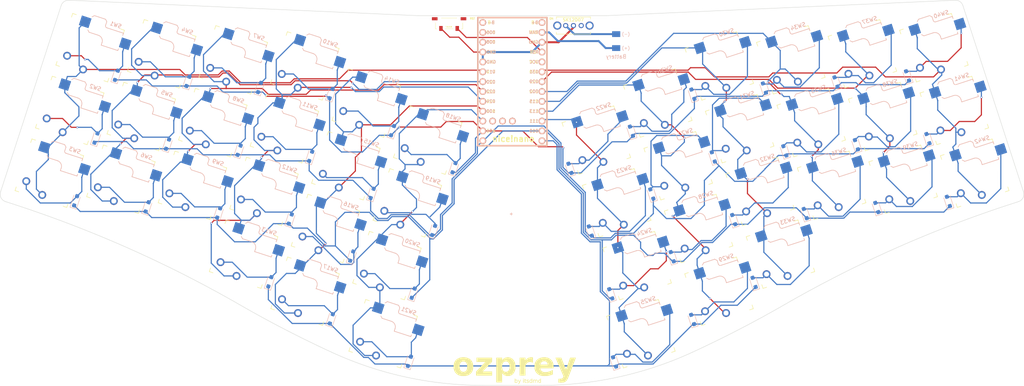
<source format=kicad_pcb>
(kicad_pcb (version 20240108) (generator "pcbnew") (generator_version "8.0")
  (title_block (title "Ozprey") (date "2024-08-25") (rev "1.0") (company "itsdmd"))
  (layers (0 "F.Cu" signal) (31 "B.Cu" signal) (34 "B.Paste" user) (35 "F.Paste" user) (36 "B.SilkS" user "B.Silkscreen") (37 "F.SilkS" user "F.Silkscreen") (38 "B.Mask" user) (39 "F.Mask" user) (44 "Edge.Cuts" user))
  (net 0 "")
  (net 1 "GND")
  (net 2 "Net-(D1-A)")
  (net 3 "Net-(D2-A)")
  (net 4 "Net-(D3-A)")
  (net 5 "Net-(D4-A)")
  (net 6 "Net-(D5-A)")
  (net 7 "Net-(D6-A)")
  (net 8 "Net-(D7-A)")
  (net 9 "Net-(D8-A)")
  (net 10 "Net-(D9-A)")
  (net 11 "Net-(D10-A)")
  (net 12 "Net-(D11-A)")
  (net 13 "Net-(D12-A)")
  (net 14 "Net-(D13-A)")
  (net 15 "Net-(D14-A)")
  (net 16 "Net-(D15-A)")
  (net 17 "Net-(D16-A)")
  (net 18 "Net-(D17-A)")
  (net 19 "Net-(D18-A)")
  (net 20 "Net-(D19-A)")
  (net 21 "Net-(D20-A)")
  (net 22 "Net-(D21-A)")
  (net 23 "Net-(D22-A)")
  (net 24 "Net-(D23-A)")
  (net 25 "Net-(D24-A)")
  (net 26 "Net-(D25-A)")
  (net 27 "Net-(D26-A)")
  (net 28 "Net-(D27-A)")
  (net 29 "Net-(D28-A)")
  (net 30 "Net-(D29-A)")
  (net 31 "Net-(D30-A)")
  (net 32 "Net-(D31-A)")
  (net 33 "Net-(D32-A)")
  (net 34 "Net-(D33-A)")
  (net 35 "Net-(D34-A)")
  (net 36 "Net-(D35-A)")
  (net 37 "Net-(D36-A)")
  (net 38 "Net-(D37-A)")
  (net 39 "Net-(D38-A)")
  (net 40 "Net-(D39-A)")
  (net 41 "Net-(D40-A)")
  (net 42 "Net-(D41-A)")
  (net 43 "Net-(D42-A)")
  (net 46 "3.3V")
  (net 47 "RAW")
  (net 48 "ROW0")
  (net 49 "ROW1")
  (net 50 "ROW2")
  (net 51 "ROW3")
  (net 52 "COL0")
  (net 53 "COL1")
  (net 54 "COL2")
  (net 55 "COL3")
  (net 56 "COL4")
  (net 57 "COL5")
  (net 58 "COL6")
  (net 59 "COL7")
  (net 60 "COL8")
  (net 61 "COL9")
  (net 62 "COL10")
  (net 63 "COL11")
  (net 64 "RST")
  (net 68 "Net-(BATT1--)")
  (footprint "Keyboard:Kailh_socket_Choc_optional" (layer "F.Cu") (at 256.989974 61.079772 18)
    (property "Reference" "SW40" (hide yes))
    (property "Value" "CPG135001S30")
  )
  (footprint "Keyboard:Kailh_socket_Choc_optional" (layer "F.Cu") (at 238.573074 62.647672 18)
    (property "Reference" "SW37" (hide yes))
    (property "Value" "CPG135001S30")
  )
  (footprint "Keyboard:Kailh_socket_Choc_optional" (layer "F.Cu") (at 220.156274 64.215572 18)
    (property "Reference" "SW34" (hide yes))
    (property "Value" "CPG135001S30")
  )
  (footprint "Keyboard:Kailh_socket_Choc_optional" (layer "F.Cu") (at 201.739374 65.783472 18)
    (property "Reference" "SW30" (hide yes))
    (property "Value" "CPG135001S30")
  )
  (footprint "Keyboard:Kailh_socket_Choc_optional" (layer "F.Cu") (at 185.918174 75.340172 18)
    (property "Reference" "SW26" (hide yes))
    (property "Value" "CPG135001S30")
  )
  (footprint "Keyboard:Kailh_socket_Choc_optional" (layer "F.Cu") (at 170.097074 84.896872 18)
    (property "Reference" "SW22" (hide yes))
    (property "Value" "CPG135001S30")
  )
  (footprint "Keyboard:Kailh_socket_Choc_optional" (layer "F.Cu") (at 126.723474 84.896872 -18)
    (property "Reference" "SW18" (hide yes))
    (property "Value" "CPG135001S30")
  )
  (footprint "Keyboard:Kailh_socket_Choc_optional" (layer "F.Cu") (at 110.902274 75.340172 -18)
    (property "Reference" "SW14" (hide yes))
    (property "Value" "CPG135001S30")
  )
  (footprint "Keyboard:Kailh_socket_Choc_optional" (layer "F.Cu") (at 95.081174 65.783472 -18)
    (property "Reference" "SW10" (hide yes))
    (property "Value" "CPG135001S30")
  )
  (footprint "Keyboard:Kailh_socket_Choc_optional" (layer "F.Cu") (at 76.664274 64.215572 -18)
    (property "Reference" "SW7" (hide yes))
    (property "Value" "CPG135001S30")
  )
  (footprint "Keyboard:Kailh_socket_Choc_optional" (layer "F.Cu") (at 58.247374 62.647672 -18)
    (property "Reference" "SW4" (hide yes))
    (property "Value" "CPG135001S30")
  )
  (footprint "Keyboard:Kailh_socket_Choc_optional" (layer "F.Cu") (at 39.830474 61.079772 -18)
    (property "Reference" "SW1" (hide yes))
    (property "Value" "CPG135001S30")
  )
  (footprint "Keyboard:Kailh_socket_Choc_optional" (layer "F.Cu") (at 262.243274 77.247772 18)
    (property "Reference" "SW41" (hide yes))
    (property "Value" "CPG135001S30")
  )
  (footprint "Keyboard:Kailh_socket_Choc_optional" (layer "F.Cu") (at 243.826374 78.815672 18)
    (property "Reference" "SW38" (hide yes))
    (property "Value" "CPG135001S30")
  )
  (footprint "Keyboard:Kailh_socket_Choc_optional" (layer "F.Cu") (at 225.409474 80.383472 18)
    (property "Reference" "SW35" (hide yes))
    (property "Value" "CPG135001S30")
  )
  (footprint "Keyboard:Kailh_socket_Choc_optional" (layer "F.Cu") (at 206.992674 81.951372 18)
    (property "Reference" "SW31" (hide yes))
    (property "Value" "CPG135001S30")
  )
  (footprint "Keyboard:Kailh_socket_Choc_optional" (layer "F.Cu") (at 191.171474 91.508172 18)
    (property "Reference" "SW27" (hide yes))
    (property "Value" "CPG135001S30")
  )
  (footprint "Keyboard:Kailh_socket_Choc_optional" (layer "F.Cu") (at 175.350374 101.064872 18)
    (property "Reference" "SW23" (hide yes))
    (property "Value" "CPG135001S30")
  )
  (footprint "Keyboard:Kailh_socket_Choc_optional" (layer "F.Cu") (at 121.470174 101.064872 -18)
    (property "Reference" "SW19" (hide yes))
    (property "Value" "CPG135001S30")
  )
  (footprint "Keyboard:Kailh_socket_Choc_optional" (layer "F.Cu") (at 105.648974 91.508172 -18)
    (property "Reference" "SW15" (hide yes))
    (property "Value" "CPG135001S30")
  )
  (footprint "Keyboard:Kailh_socket_Choc_optional" (layer "F.Cu") (at 89.827874 81.951372 -18)
    (property "Reference" "SW11" (hide yes))
    (property "Value" "CPG135001S30")
  )
  (footprint "Keyboard:Kailh_socket_Choc_optional" (layer "F.Cu") (at 71.410974 80.383472 -18)
    (property "Reference" "SW8" (hide yes))
    (property "Value" "CPG135001S30")
  )
  (footprint "Keyboard:Kailh_socket_Choc_optional" (layer "F.Cu") (at 52.994074 78.815672 -18)
    (property "Reference" "SW5" (hide yes))
    (property "Value" "CPG135001S30")
  )
  (footprint "Keyboard:Kailh_socket_Choc_optional" (layer "F.Cu") (at 34.577174 77.247772 -18)
    (property "Reference" "SW2" (hide yes))
    (property "Value" "CPG135001S30")
  )
  (footprint "Keyboard:Kailh_socket_Choc_optional" (layer "F.Cu") (at 267.496574 93.415772 18)
    (property "Reference" "SW42" (hide yes))
    (property "Value" "CPG135001S30")
  )
  (footprint "Keyboard:Kailh_socket_Choc_optional" (layer "F.Cu") (at 249.079674 94.983572 18)
    (property "Reference" "SW39" (hide yes))
    (property "Value" "CPG135001S30")
  )
  (footprint "Keyboard:Kailh_socket_Choc_optional" (layer "F.Cu") (at 230.662774 96.551472 18)
    (property "Reference" "SW36" (hide yes))
    (property "Value" "CPG135001S30")
  )
  (footprint "Keyboard:Kailh_socket_Choc_optional" (layer "F.Cu") (at 212.245874 98.119372 18)
    (property "Reference" "SW32" (hide yes))
    (property "Value" "CPG135001S30")
  )
  (footprint "Keyboard:Kailh_socket_Choc_optional" (layer "F.Cu") (at 196.424774 107.676072 18)
    (property "Reference" "SW28" (hide yes))
    (property "Value" "CPG135001S30")
  )
  (footprint "Keyboard:Kailh_socket_Choc_optional" (layer "F.Cu") (at 180.603674 117.232872 18)
    (property "Reference" "SW24" (hide yes))
    (property "Value" "CPG135001S30")
  )
  (footprint "Keyboard:Kailh_socket_Choc_optional" (layer "F.Cu") (at 116.216874 117.232872 -18)
    (property "Reference" "SW20" (hide yes))
    (property "Value" "CPG135001S30")
  )
  (footprint "Keyboard:Kailh_socket_Choc_optional" (layer "F.Cu") (at 100.395674 107.676072 -18)
    (property "Reference" "SW16" (hide yes))
    (property "Value" "CPG135001S30")
  )
  (footprint "Keyboard:Kailh_socket_Choc_optional" (layer "F.Cu") (at 84.574574 98.119372 -18)
    (property "Reference" "SW12" (hide yes))
    (property "Value" "CPG135001S30")
  )
  (footprint "Keyboard:Kailh_socket_Choc_optional" (layer "F.Cu") (at 66.157674 96.551472 -18)
    (property "Reference" "SW9" (hide yes))
    (property "Value" "CPG135001S30")
  )
  (footprint "Keyboard:Kailh_socket_Choc_optional" (layer "F.Cu") (at 47.740774 94.983572 -18)
    (property "Reference" "SW6" (hide yes))
    (property "Value" "CPG135001S30")
  )
  (footprint "Keyboard:Kailh_socket_Choc_optional" (layer "F.Cu") (at 29.323874 93.415772 -18)
    (property "Reference" "SW3" (hide yes))
    (property "Value" "CPG135001S30")
  )
  (footprint "Keyboard:Kailh_socket_Choc_optional" (layer "F.Cu") (at 217.499174 114.287272 18)
    (property "Reference" "SW33" (hide yes))
    (property "Value" "CPG135001S30")
  )
  (footprint "Keyboard:Kailh_socket_Choc_optional" (layer "F.Cu") (at 201.678074 123.844072 18)
    (property "Reference" "SW29" (hide yes))
    (property "Value" "CPG135001S30")
  )
  (footprint "Keyboard:Kailh_socket_Choc_optional" (layer "F.Cu") (at 115.243374 134.791372 -18)
    (property "Reference" "SW21" (hide yes))
    (property "Value" "CPG135001S30")
  )
  (footprint "Keyboard:Kailh_socket_Choc_optional" (layer "F.Cu") (at 95.142474 123.844072 -18)
    (property "Reference" "SW17" (hide yes))
    (property "Value" "CPG135001S30")
  )
  (footprint "Keyboard:Kailh_socket_Choc_optional" (layer "F.Cu") (at 181.577174 134.791372 18)
    (property "Reference" "SW25" (hide yes))
    (property "Value" "CPG135001S30")
  )
  (footprint "Keyboard:Kailh_socket_Choc_optional" (layer "F.Cu") (at 79.321274 114.287272 -18)
    (property "Reference" "SW13" (hide yes))
    (property "Value" "CPG135001S30")
  )
  (footprint "Switch:SK12D07VG4" (layer "F.Cu") (at 164.215469 55.377832 180)
    (property "Reference" "SW43" (hide yes))
    (property "Value" "SK12D07VG4")
  )
  (footprint "MountingHole:MountingHole_2.2mm_M2" (layer "F.Cu") (at 148.894174 137.724072)
    (property "Reference" "H_M2_7" (hide yes))
    (property "Value" "MountingHole")
  )
  (footprint "MountingHole:MountingHole_2.2mm_M2" (layer "F.Cu") (at 164.215469 63.377832)
    (property "Reference" "H_M2_4" (hide yes))
    (property "Value" "MountingHole")
  )
  (footprint "MountingHole:MountingHole_2.2mm_M2" (layer "F.Cu") (at 132.715469 63.377832)
    (property "Reference" "H_M2_3" (hide yes))
    (property "Value" "MountingHole")
  )
  (footprint "MountingHole:MountingHole_2.2mm_M2" (layer "F.Cu") (at 210.715469 55.377832)
    (property "Reference" "H_M2_5" (hide yes))
    (property "Value" "MountingHole")
  )
  (footprint "MountingHole:MountingHole_2.2mm_M2" (layer "F.Cu") (at 86.215469 55.377832)
    (property "Reference" "H_M2_1" (hide yes))
    (property "Value" "MountingHole")
  )
  (footprint "ProMicro:nice_nano" (layer "F.Cu") (at 148.501074 71.099672 -90)
    (property "Reference" "U1" (hide yes))
    (property "Value" "nice_nano" (hide yes))
  )
  (footprint "Switch:KG1" (layer "F.Cu") (at 132.212848 54.417753 180)
    (property "Reference" "SW_RST1" (hide yes))
    (property "Value" "SW_Push" (hide yes))
  )
  (footprint "MountingHole:MountingHole_2.2mm_M2" (layer "F.Cu") (at 56.894174 109.877832)
    (property "Reference" "H_M2_2" (hide yes))
    (property "Value" "MountingHole")
  )
  (footprint "MountingHole:MountingHole_2.2mm_M2" (layer "F.Cu") (at 240.215469 109.877832)
    (property "Reference" "H_M2_6" (hide yes))
    (property "Value" "MountingHole")
  )
  (footprint "Diode_SMD:D_SOD-323_HandSoldering" (layer "B.Cu") (at 96.588174 89.067472 72)
    (property "Reference" "D11" (hide yes))
    (property "Value" "1N4148WT" (hide yes))
  )
  (footprint "Diode_SMD:D_SOD-323_HandSoldering" (layer "B.Cu") (at 242.298674 102.253072 108)
    (property "Reference" "D39" (hide yes))
    (property "Value" "1N4148WT" (hide yes))
  )
  (footprint "Diode_SMD:D_SOD-323_HandSoldering" (layer "B.Cu") (at 91.334874 105.235372 72)
    (property "Reference" "D12" (hide yes))
    (property "Value" "1N4148WT" (hide yes))
  )
  (footprint "Diode_SMD:D_SOD-323_HandSoldering" (layer "B.Cu") (at 101.841374 72.899472 72)
    (property "Reference" "D10" (hide yes))
    (property "Value" "1N4148WT" (hide yes))
  )
  (footprint "Diode_SMD:D_SOD-323_HandSoldering" (layer "B.Cu") (at 179.137174 82.609672 108)
    (property "Reference" "D26" (hide yes))
    (property "Value" "1N4148WT" (hide yes))
  )
  (footprint "Diode_SMD:D_SOD-323_HandSoldering" (layer "B.Cu") (at 173.822574 124.502272 108)
    (property "Reference" "D24" (hide yes))
    (property "Value" "1N4148WT" (hide yes))
  )
  (footprint "Diode_SMD:D_SOD-323_HandSoldering" (layer "B.Cu") (at 65.007674 69.763772 72)
    (property "Reference" "D4" (hide yes))
    (property "Value" "1N4148WT" (hide yes))
  )
  (footprint "Diode_SMD:D_SOD-323_HandSoldering" (layer "B.Cu") (at 174.796074 142.060772 108)
    (property "Reference" "D25" (hide yes))
    (property "Value" "1N4148WT" (hide yes))
  )
  (footprint "Diode_SMD:D_SOD-323_HandSoldering" (layer "B.Cu") (at 107.155974 114.792172 72)
    (property "Reference" "D16" (hide yes))
    (property "Value" "1N4148WT" (hide yes))
  )
  (footprint "Diode_SMD:D_SOD-323_HandSoldering" (layer "B.Cu") (at 101.902674 130.960072 72)
    (property "Reference" "D17" (hide yes))
    (property "Value" "1N4148WT" (hide yes))
  )
  (footprint "Diode_SMD:D_SOD-323_HandSoldering" (layer "B.Cu") (at 117.662574 82.456172 72)
    (property "Reference" "D14" (hide yes))
    (property "Value" "1N4148WT" (hide yes))
  )
  (footprint "Diode_SMD:D_SOD-323_HandSoldering" (layer "B.Cu") (at 205.464874 105.388772 108)
    (property "Reference" "D32" (hide yes))
    (property "Value" "1N4148WT" (hide yes))
  )
  (footprint "Diode_SMD:D_SOD-323_HandSoldering" (layer "B.Cu") (at 184.390474 98.777572 108)
    (property "Reference" "D27" (hide yes))
    (property "Value" "1N4148WT" (hide yes))
  )
  (footprint "Diode_SMD:D_SOD-323_HandSoldering" (layer "B.Cu") (at 237.045374 86.085072 108)
    (property "Reference" "D38" (hide yes))
    (property "Value" "1N4148WT" (hide yes))
  )
  (footprint "Diode_SMD:D_SOD-323_HandSoldering" (layer "B.Cu") (at 122.977174 124.348872 72)
    (property "Reference" "D20" (hide yes))
    (property "Value" "1N4148WT" (hide yes))
  )
  (footprint "Diode_SMD:D_SOD-323_HandSoldering" (layer "B.Cu") (at 122.003574 141.907372 72)
    (property "Reference" "D21" (hide yes))
    (property "Value" "1N4148WT" (hide yes))
  )
  (footprint "Diode_SMD:D_SOD-323_HandSoldering" (layer "B.Cu") (at 36.084174 100.531772 72)
    (property "Reference" "D3" (hide yes))
    (property "Value" "1N4148WT" (hide yes))
  )
  (footprint "Diode_SMD:D_SOD-323_HandSoldering" (layer "B.Cu") (at 231.792074 69.917172 108)
    (property "Reference" "D37" (hide yes))
    (property "Value" "1N4148WT" (hide yes))
  )
  (footprint "Diode_SMD:D_SOD-323_HandSoldering" (layer "B.Cu") (at 194.958274 73.052872 108)
    (property "Reference" "D30" (hide yes))
    (property "Value" "1N4148WT" (hide yes))
  )
  (footprint "Diode_SMD:D_SOD-323_HandSoldering" (layer "B.Cu") (at 72.917974 103.667572 72)
    (property "Reference" "D9" (hide yes))
    (property "Value" "1N4148WT" (hide yes))
  )
  (footprint "Diode_SMD:D_SOD-323_HandSoldering" (layer "B.Cu") (at 133.483674 92.012972 72)
    (property "Reference" "D18" (hide yes))
    (property "Value" "1N4148WT" (hide yes))
  )
  (footprint "Keyboard:Battery_pads" (layer "B.Cu") (at 175.215469 59.377832 90)
    (property "Reference" "BATT1" (hide yes))
    (property "Value" "Battery_Cell")
  )
  (footprint "Diode_SMD:D_SOD-323_HandSoldering" (layer "B.Cu") (at 41.337474 84.363872 72)
    (property "Reference" "D2" (hide yes))
    (property "Value" "1N4148WT" (hide yes))
  )
  (footprint "Diode_SMD:D_SOD-323_HandSoldering" (layer "B.Cu") (at 213.375174 71.484972 108)
    (property "Reference" "D34" (hide yes))
    (property "Value" "1N4148WT" (hide yes))
  )
  (footprint "Diode_SMD:D_SOD-323_HandSoldering" (layer "B.Cu") (at 260.715574 100.685172 108)
    (property "Reference" "D42" (hide yes))
    (property "Value" "1N4148WT" (hide yes))
  )
  (footprint "Diode_SMD:D_SOD-323_HandSoldering" (layer "B.Cu") (at 200.211574 89.220872 108)
    (property "Reference" "D31" (hide yes))
    (property "Value" "1N4148WT" (hide yes))
  )
  (footprint "Diode_SMD:D_SOD-323_HandSoldering" (layer "B.Cu") (at 86.081574 121.403372 72)
    (property "Reference" "D13" (hide yes))
    (property "Value" "1N4148WT" (hide yes))
  )
  (footprint "Diode_SMD:D_SOD-323_HandSoldering" (layer "B.Cu") (at 250.208974 68.349272 108)
    (property "Reference" "D40" (hide yes))
    (property "Value" "1N4148WT" (hide yes))
  )
  (footprint "Diode_SMD:D_SOD-323_HandSoldering" (layer "B.Cu") (at 255.462274 84.517272 108)
    (property "Reference" "D41" (hide yes))
    (property "Value" "1N4148WT" (hide yes))
  )
  (footprint "Diode_SMD:D_SOD-323_HandSoldering" (layer "B.Cu") (at 54.501074 102.099672 72)
    (property "Reference" "D6" (hide yes))
    (property "Value" "1N4148WT" (hide yes))
  )
  (footprint "Diode_SMD:D_SOD-323_HandSoldering" (layer "B.Cu") (at 194.896974 131.113472 108)
    (property "Reference" "D29" (hide yes))
    (property "Value" "1N4148WT" (hide yes))
  )
  (footprint "Diode_SMD:D_SOD-323_HandSoldering" (layer "B.Cu") (at 163.315974 92.166372 108)
    (property "Reference" "D22" (hide yes))
    (property "Value" "1N4148WT" (hide yes))
  )
  (footprint "Diode_SMD:D_SOD-323_HandSoldering" (layer "B.Cu") (at 210.718174 121.556772 108)
    (property "Reference" "D33" (hide yes))
    (property "Value" "1N4148WT" (hide yes))
  )
  (footprint "Diode_SMD:D_SOD-323_HandSoldering" (layer "B.Cu") (at 112.409274 98.624172 72)
    (property "Reference" "D15" (hide yes))
    (property "Value" "1N4148WT" (hide yes))
  )
  (footprint "Diode_SMD:D_SOD-323_HandSoldering" (layer "B.Cu") (at 189.643674 114.945572 108)
    (property "Reference" "D28" (hide yes))
    (property "Value" "1N4148WT" (hide yes))
  )
  (footprint "Diode_SMD:D_SOD-323_HandSoldering" (layer "B.Cu") (at 223.881774 103.820972 108)
    (property "Reference" "D36" (hide yes))
    (property "Value" "1N4148WT" (hide yes))
  )
  (footprint "Diode_SMD:D_SOD-323_HandSoldering" (layer "B.Cu") (at 168.569274 108.334372 108)
    (property "Reference" "D23" (hide yes))
    (property "Value" "1N4148WT" (hide yes))
  )
  (footprint "Diode_SMD:D_SOD-323_HandSoldering" (layer "B.Cu") (at 46.590274 68.195772 72)
    (property "Reference" "D1" (hide yes))
    (property "Value" "1N4148WT" (hide yes))
  )
  (footprint "Diode_SMD:D_SOD-323_HandSoldering" (layer "B.Cu") (at 218.628474 87.652972 108)
    (property "Reference" "D35" (hide yes))
    (property "Value" "1N4148WT" (hide yes))
  )
  (footprint "Diode_SMD:D_SOD-323_HandSoldering" (layer "B.Cu") (at 59.753374 85.931372 72)
    (property "Reference" "D5" (hide yes))
    (property "Value" "1N4148WT" (hide yes))
  )
  (footprint "Diode_SMD:D_SOD-323_HandSoldering" (layer "B.Cu") (at 83.424574 71.331572 72)
    (property "Reference" "D7" (hide yes))
    (property "Value" "1N4148WT" (hide yes))
  )
  (footprint "Diode_SMD:D_SOD-323_HandSoldering" (layer "B.Cu") (at 128.230374 108.180972 72)
    (property "Reference" "D19" (hide yes))
    (property "Value" "1N4148WT" (hide yes))
  )
  (footprint "Diode_SMD:D_SOD-323_HandSoldering" (layer "B.Cu") (at 78.171274 87.499572 72)
    (property "Reference" "D8" (hide yes))
    (property "Value" "1N4148WT" (hide yes))
  )
  (gr_arc (start 101.965367 139.551958) (mid 90.014214 133.70956) (end 78.340568 127.330715) (stroke (width 0.1)) (layer "Edge.Cuts"))
  (gr_line (start 32.370993 50.219667) (end 16.77485 98.223383) (stroke (width 0.1)) (layer "Edge.Cuts"))
  (gr_arc (start 32.370993 50.219667) (mid 33.167264 49.171168) (end 34.442771 48.844864) (stroke (width 0.1)) (layer "Edge.Cuts"))
  (gr_arc (start 218.479864 127.330712) (mid 206.806217 133.709551) (end 194.855069 139.551954) (stroke (width 0.1)) (layer "Edge.Cuts"))
  (gr_line (start 18.05896 100.743495) (end 19.918029 101.347523) (stroke (width 0.1)) (layer "Edge.Cuts"))
  (gr_line (start 280.04558 98.223388) (end 264.44944 50.219669) (stroke (width 0.1)) (layer "Edge.Cuts"))
  (gr_arc (start 19.918029 101.347523) (mid 49.807594 112.813988) (end 78.340568 127.330715) (stroke (width 0.1)) (layer "Edge.Cuts"))
  (gr_arc (start 218.479864 127.330712) (mid 247.012836 112.813986) (end 276.9024 101.347523) (stroke (width 0.1)) (layer "Edge.Cuts"))
  (gr_line (start 124.127489 52.820847) (end 34.442771 48.844864) (stroke (width 0.1)) (layer "Edge.Cuts"))
  (gr_arc (start 140.902521 148.095469) (mid 120.970802 145.934489) (end 101.965367 139.551958) (stroke (width 0.1)) (layer "Edge.Cuts"))
  (gr_arc (start 194.855069 139.551954) (mid 175.849633 145.934492) (end 155.91791 148.095472) (stroke (width 0.1)) (layer "Edge.Cuts"))
  (gr_line (start 124.127489 52.820847) (end 172.686165 52.820847) (stroke (width 0.1)) (layer "Edge.Cuts"))
  (gr_arc (start 262.37766 48.844866) (mid 263.653139 49.171206) (end 264.44944 50.219669) (stroke (width 0.1)) (layer "Edge.Cuts"))
  (gr_line (start 262.37766 48.844866) (end 172.686165 52.820847) (stroke (width 0.1)) (layer "Edge.Cuts"))
  (gr_line (start 276.9024 101.347523) (end 278.761471 100.743492) (stroke (width 0.1)) (layer "Edge.Cuts"))
  (gr_arc (start 18.05896 100.743495) (mid 16.895031 99.74937) (end 16.77485 98.223383) (stroke (width 0.1)) (layer "Edge.Cuts"))
  (gr_line (start 140.902521 148.095469) (end 155.91791 148.095472) (stroke (width 0.1)) (layer "Edge.Cuts"))
  (gr_arc (start 280.04558 98.223388) (mid 279.925449 99.74938) (end 278.761471 100.743492) (stroke (width 0.1)) (layer "Edge.Cuts"))
  (gr_text "+" (at 148.215469 103.877832 0) (layer "B.SilkS") (effects (font (size 0.8 0.8))))
  (gr_text "SK12D07" (at 161.365469 54.377832 0) (layer "F.SilkS") (effects (font (size 0.8 0.8) (thickness 0.15) (bold yes)) (justify left bottom)))
  (gr_text "7.0x2.8" (at 131.215469 55.877832 0) (layer "F.SilkS") (effects (font (size 0.3 0.3) (thickness 0.075) (bold yes)) (justify left bottom)))
  (gr_text "ozprey" (at 149.001043 146.599704 0) (layer "F.SilkS") (effects (font (size 6 6) (thickness 0.3) (bold yes)) (justify bottom)))
  (gr_text "ON" (at 157.929344 53.877831 0) (layer "F.SilkS") (effects (font (size 0.5 0.5) (thickness 0.125) (bold yes)) (justify left bottom)))
  (gr_text "ozprey" (at 149.001043 146.599704 0) (layer "F.SilkS") (effects (font (size 6 6) (thickness 0.3) (bold yes)) (justify bottom)))
  (gr_text "by itsdmd" (at 149.001043 147.599704 0) (layer "F.SilkS") (effects (font (size 1 1) (thickness 0.125)) (justify left bottom)))
  (gr_text "RST" (at 137.488314 53.869095 0) (layer "F.SilkS") (effects (font (size 0.5 0.5) (thickness 0.125) (bold yes)) (justify left bottom)))
  (gr_text "by itsdmd" (at 149.001043 147.599704 0) (layer "F.SilkS") (effects (font (size 1 1) (thickness 0.125)) (justify left bottom)))
  (segment (start 160.423629 59.669672) (end 156.121074 59.669672) (width 0.5) (layer "F.Cu") (net 1))
  (segment (start 132.372927 58.377832) (end 134.715469 58.377832) (width 0.3) (layer "F.Cu") (net 1))
  (segment (start 164.215469 55.377832) (end 164.215469 55.877832) (width 0.3) (layer "F.Cu") (net 1))
  (segment (start 134.715469 58.377832) (end 138.547309 62.209672) (width 0.3) (layer "F.Cu") (net 1))
  (segment (start 130.112848 56.117753) (end 132.372927 58.377832) (width 0.3) (layer "F.Cu") (net 1))
  (segment (start 138.547309 62.209672) (end 140.881074 62.209672) (width 0.3) (layer "F.Cu") (net 1))
  (segment (start 164.215469 55.877832) (end 160.423629 59.669672) (width 0.5) (layer "F.Cu") (net 1))
  (segment (start 140.881074 64.749672) (end 140.881074 62.209672) (width 0.5) (layer "B.Cu") (net 1))
  (segment (start 153.581074 62.209672) (end 156.121074 59.669672) (width 0.5) (layer "B.Cu") (net 1))
  (segment (start 140.881074 62.209672) (end 153.581074 62.209672) (width 0.5) (layer "B.Cu") (net 1))
  (segment (start 37.550011 63.148672) (end 33.900974 63.148672) (width 0.3) (layer "F.Cu") (net 2))
  (segment (start 38.501043 64.099704) (end 37.550011 63.148672) (width 0.3) (layer "F.Cu") (net 2))
  (via (at 38.501043 64.099704) (size 0.5) (drill 0.3) (layers "F.Cu" "B.Cu") (net 2))
  (segment (start 39.332906 64.099704) (end 42.240153 67.006951) (width 0.3) (layer "B.Cu") (net 2))
  (segment (start 48.183074 62.151672) (end 48.183174 62.151672) (width 0.3) (layer "B.Cu") (net 2))
  (segment (start 48.183174 62.151672) (end 48.183174 65.800322) (width 0.3) (layer "B.Cu") (net 2))
  (segment (start 42.240153 67.006951) (end 46.976545 67.006951) (width 0.3) (layer "B.Cu") (net 2))
  (segment (start 48.183174 65.800322) (end 46.976545 67.006951) (width 0.3) (layer "B.Cu") (net 2))
  (segment (start 48.859274 60.070472) (end 48.183074 62.151672) (width 0.3) (layer "B.Cu") (net 2))
  (segment (start 38.501043 64.099704) (end 39.332906 64.099704) (width 0.3) (layer "B.Cu") (net 2))
  (segment (start 35.001043 81.599704) (end 32.718041 79.316702) (width 0.3) (layer "F.Cu") (net 3))
  (segment (start 36.501043 81.599704) (end 35.001043 81.599704) (width 0.3) (layer "F.Cu") (net 3))
  (segment (start 32.718041 79.316702) (end 28.647627 79.316702) (width 0.3) (layer "F.Cu") (net 3))
  (via (at 36.501043 81.599704) (size 0.5) (drill 0.3) (layers "F.Cu" "B.Cu") (net 3))
  (segment (start 40.148398 81.599704) (end 36.501043 81.599704) (width 0.3) (layer "B.Cu") (net 3))
  (segment (start 43.605974 76.238472) (end 42.929774 78.319672) (width 0.3) (layer "B.Cu") (net 3))
  (segment (start 42.929874 81.968972) (end 42.929874 78.319672) (width 0.3) (layer "B.Cu") (net 3))
  (segment (start 42.929874 78.319672) (end 42.929774 78.319672) (width 0.3) (layer "B.Cu") (net 3))
  (segment (start 41.723774 83.175072) (end 42.929874 81.968972) (width 0.3) (layer "B.Cu") (net 3))
  (segment (start 41.723745 83.175051) (end 40.148398 81.599704) (width 0.3) (layer "B.Cu") (net 3))
  (segment (start 34.713742 101.099704) (end 27.001043 101.099704) (width 0.3) (layer "B.Cu") (net 4))
  (segment (start 37.676474 94.487672) (end 37.676574 94.487672) (width 0.3) (layer "B.Cu") (net 4))
  (segment (start 38.352674 92.406472) (end 37.676474 94.487672) (width 0.3) (layer "B.Cu") (net 4))
  (segment (start 37.676574 94.487672) (end 37.676574 98.136872) (width 0.3) (layer "B.Cu") (net 4))
  (segment (start 27.001043 101.099704) (end 23.394374 97.493035) (width 0.3) (layer "B.Cu") (net 4))
  (segment (start 37.676574 98.136872) (end 34.713742 101.099704) (width 0.3) (layer "B.Cu") (net 4))
  (segment (start 23.394374 97.493035) (end 23.394374 95.484672) (width 0.3) (layer "B.Cu") (net 4))
  (segment (start 55.326374 64.716572) (end 52.317874 64.716572) (width 0.3) (layer "B.Cu") (net 5))
  (segment (start 59.184753 68.574951) (end 55.326374 64.716572) (width 0.3) (layer "B.Cu") (net 5))
  (segment (start 65.158346 68.574951) (end 59.184753 68.574951) (width 0.3) (layer "B.Cu") (net 5))
  (segment (start 66.600074 63.719572) (end 66.600074 67.133223) (width 0.3) (layer "B.Cu") (net 5))
  (segment (start 67.276174 61.638372) (end 66.599974 63.719572) (width 0.3) (layer "B.Cu") (net 5))
  (segment (start 66.600074 67.133223) (end 65.158346 68.574951) (width 0.3) (layer "B.Cu") (net 5))
  (segment (start 66.599974 63.719572) (end 66.600074 63.719572) (width 0.3) (layer "B.Cu") (net 5))
  (segment (start 62.022874 77.806372) (end 61.346674 79.887572) (width 0.3) (layer "B.Cu") (net 6))
  (segment (start 53.327474 84.138972) (end 50.073074 80.884572) (width 0.3) (layer "B.Cu") (net 6))
  (segment (start 50.073074 80.884572) (end 47.064574 80.884572) (width 0.3) (layer "B.Cu") (net 6))
  (segment (start 61.346774 79.887572) (end 61.346774 82.931872) (width 0.3) (layer "B.Cu") (net 6))
  (segment (start 60.139674 84.742572) (end 60.139674 84.138972) (width 0.3) (layer "B.Cu") (net 6))
  (segment (start 61.346674 79.887572) (end 61.346774 79.887572) (width 0.3) (layer "B.Cu") (net 6))
  (segment (start 61.346774 82.931872) (end 60.139674 84.138972) (width 0.3) (layer "B.Cu") (net 6))
  (segment (start 60.139674 84.138972) (end 53.327474 84.138972) (width 0.3) (layer "B.Cu") (net 6))
  (segment (start 54.887345 100.910851) (end 48.678153 100.910851) (width 0.3) (layer "B.Cu") (net 7))
  (segment (start 56.093374 96.055472) (end 56.093474 96.055472) (width 0.3) (layer "B.Cu") (net 7))
  (segment (start 56.093474 96.055472) (end 56.093474 99.704722) (width 0.3) (layer "B.Cu") (net 7))
  (segment (start 56.769574 93.974272) (end 56.093374 96.055472) (width 0.3) (layer "B.Cu") (net 7))
  (segment (start 56.093474 99.704722) (end 54.887345 100.910851) (width 0.3) (layer "B.Cu") (net 7))
  (segment (start 48.678153 100.910851) (end 44.819774 97.052472) (width 0.3) (layer "B.Cu") (net 7))
  (segment (start 44.819774 97.052472) (end 41.811274 97.052472) (width 0.3) (layer "B.Cu") (net 7))
  (segment (start 83.767798 70.099704) (end 77.558506 70.099704) (width 0.3) (layer "B.Cu") (net 8))
  (segment (start 77.558506 70.099704) (end 73.743274 66.284472) (width 0.3) (layer "B.Cu") (net 8))
  (segment (start 85.016874 65.287472) (end 85.016974 65.287472) (width 0.3) (layer "B.Cu") (net 8))
  (segment (start 85.693074 63.206272) (end 85.016874 65.287472) (width 0.3) (layer "B.Cu") (net 8))
  (segment (start 73.743274 66.284472) (end 70.734774 66.284472) (width 0.3) (layer "B.Cu") (net 8))
  (segment (start 85.016974 68.936622) (end 83.810845 70.142751) (width 0.3) (layer "B.Cu") (net 8))
  (segment (start 83.810845 70.142751) (end 83.767798 70.099704) (width 0.3) (layer "B.Cu") (net 8))
  (segment (start 85.016974 65.287472) (end 85.016974 68.936622) (width 0.3) (layer "B.Cu") (net 8))
  (segment (start 79.763574 81.455372) (end 79.763674 81.455372) (width 0.3) (layer "B.Cu") (net 9))
  (segment (start 71.745274 85.707672) (end 68.489974 82.452372) (width 0.3) (layer "B.Cu") (net 9))
  (segment (start 79.763674 84.501572) (end 78.557574 85.707672) (width 0.3) (layer "B.Cu") (net 9))
  (segment (start 80.439774 79.374172) (end 79.763574 81.455372) (width 0.3) (layer "B.Cu") (net 9))
  (segment (start 78.557574 85.707672) (end 71.745274 85.707672) (width 0.3) (layer "B.Cu") (net 9))
  (segment (start 68.489974 82.452372) (end 65.481474 82.452372) (width 0.3) (layer "B.Cu") (net 9))
  (segment (start 78.557574 86.310772) (end 78.557574 85.707672) (width 0.3) (layer "B.Cu") (net 9))
  (segment (start 79.763674 81.455372) (end 79.763674 84.501572) (width 0.3) (layer "B.Cu") (net 9))
  (segment (start 74.510374 97.623372) (end 74.510374 101.272622) (width 0.3) (layer "B.Cu") (net 10))
  (segment (start 73.304245 102.478751) (end 72.925198 102.099704) (width 0.3) (layer "B.Cu") (net 10))
  (segment (start 74.510274 97.623372) (end 74.510374 97.623372) (width 0.3) (layer "B.Cu") (net 10))
  (segment (start 66.716006 102.099704) (end 63.236674 98.620372) (width 0.3) (layer "B.Cu") (net 10))
  (segment (start 73.304274 102.478722) (end 73.304274 102.478772) (width 0.3) (layer "B.Cu") (net 10))
  (segment (start 72.925198 102.099704) (end 66.716006 102.099704) (width 0.3) (layer "B.Cu") (net 10))
  (segment (start 74.510374 101.272622) (end 73.304274 102.478722) (width 0.3) (layer "B.Cu") (net 10))
  (segment (start 75.186474 95.542172) (end 74.510274 97.623372) (width 0.3) (layer "B.Cu") (net 10))
  (segment (start 63.236674 98.620372) (end 60.228174 98.620372) (width 0.3) (layer "B.Cu") (net 10))
  (segment (start 103.433874 66.855372) (end 103.433874 70.504422) (width 0.3) (layer "B.Cu") (net 11))
  (segment (start 92.160174 67.852372) (end 89.151674 67.852372) (width 0.3) (layer "B.Cu") (net 11))
  (segment (start 96.018453 71.710651) (end 92.160174 67.852372) (width 0.3) (layer "B.Cu") (net 11))
  (segment (start 103.433774 66.855372) (end 103.433874 66.855372) (width 0.3) (layer "B.Cu") (net 11))
  (segment (start 104.109974 64.774172) (end 103.433774 66.855372) (width 0.3) (layer "B.Cu") (net 11))
  (segment (start 102.227645 71.710651) (end 96.018453 71.710651) (width 0.3) (layer "B.Cu") (net 11))
  (segment (start 103.433874 70.504422) (end 102.227645 71.710651) (width 0.3) (layer "B.Cu") (net 11))
  (segment (start 98.180574 86.069472) (end 96.974474 87.275572) (width 0.3) (layer "B.Cu") (net 12))
  (segment (start 86.906874 84.020272) (end 83.898374 84.020272) (width 0.3) (layer "B.Cu") (net 12))
  (segment (start 96.974474 87.275572) (end 90.162174 87.275572) (width 0.3) (layer "B.Cu") (net 12))
  (segment (start 90.162174 87.275572) (end 86.906874 84.020272) (width 0.3) (layer "B.Cu") (net 12))
  (segment (start 98.856674 80.942072) (end 98.180474 83.023272) (width 0.3) (layer "B.Cu") (net 12))
  (segment (start 98.180574 83.023272) (end 98.180574 86.069472) (width 0.3) (layer "B.Cu") (net 12))
  (segment (start 96.974474 87.878672) (end 96.974474 87.275572) (width 0.3) (layer "B.Cu") (net 12))
  (segment (start 98.180474 83.023272) (end 98.180574 83.023272) (width 0.3) (layer "B.Cu") (net 12))
  (segment (start 93.603374 97.110072) (end 92.927174 99.191272) (width 0.3) (layer "B.Cu") (net 13))
  (segment (start 91.721174 103.443472) (end 84.908774 103.443472) (width 0.3) (layer "B.Cu") (net 13))
  (segment (start 92.927274 99.191272) (end 92.927274 102.237372) (width 0.3) (layer "B.Cu") (net 13))
  (segment (start 91.721174 104.046572) (end 91.721174 103.443472) (width 0.3) (layer "B.Cu") (net 13))
  (segment (start 84.908774 103.443472) (end 81.653574 100.188272) (width 0.3) (layer "B.Cu") (net 13))
  (segment (start 92.927274 102.237372) (end 91.721174 103.443472) (width 0.3) (layer "B.Cu") (net 13))
  (segment (start 81.653574 100.188272) (end 78.645074 100.188272) (width 0.3) (layer "B.Cu") (net 13))
  (segment (start 92.927174 99.191272) (end 92.927274 99.191272) (width 0.3) (layer "B.Cu") (net 13))
  (segment (start 87.673974 115.359172) (end 87.673974 119.008422) (width 0.3) (layer "B.Cu") (net 14))
  (segment (start 88.350074 113.277972) (end 87.673874 115.359172) (width 0.3) (layer "B.Cu") (net 14))
  (segment (start 86.467845 120.214551) (end 80.258653 120.214551) (width 0.3) (layer "B.Cu") (net 14))
  (segment (start 86.467874 120.214572) (end 86.467866 120.214572) (width 0.3) (layer "B.Cu") (net 14))
  (segment (start 80.258653 120.214551) (end 76.400274 116.356172) (width 0.3) (layer "B.Cu") (net 14))
  (segment (start 86.467866 120.214572) (end 86.467845 120.214551) (width 0.3) (layer "B.Cu") (net 14))
  (segment (start 87.673874 115.359172) (end 87.673974 115.359172) (width 0.3) (layer "B.Cu") (net 14))
  (segment (start 87.673974 119.008422) (end 86.467845 120.214551) (width 0.3) (layer "B.Cu") (net 14))
  (segment (start 76.400274 116.356172) (end 73.391774 116.356172) (width 0.3) (layer "B.Cu") (net 14))
  (segment (start 108.810411 77.409072) (end 104.972774 77.409072) (width 0.3) (layer "B.Cu") (net 15))
  (segment (start 119.254874 76.412072) (end 119.254974 76.412072) (width 0.3) (layer "B.Cu") (net 15))
  (segment (start 118.048874 81.267372) (end 112.668711 81.267372) (width 0.3) (layer "B.Cu") (net 15))
  (segment (start 119.254974 80.061272) (end 118.048874 81.267372) (width 0.3) (layer "B.Cu") (net 15))
  (segment (start 112.668711 81.267372) (end 108.810411 77.409072) (width 0.3) (layer "B.Cu") (net 15))
  (segment (start 119.254974 76.412072) (end 119.254974 80.061272) (width 0.3) (layer "B.Cu") (net 15))
  (segment (start 119.931074 74.330872) (end 119.254874 76.412072) (width 0.3) (layer "B.Cu") (net 15))
  (segment (start 109.925374 94.565172) (end 100.707574 94.565172) (width 0.3) (layer "B.Cu") (net 16))
  (segment (start 100.707574 94.565172) (end 99.719474 93.577072) (width 0.3) (layer "B.Cu") (net 16))
  (segment (start 114.001574 92.580072) (end 114.001674 92.580072) (width 0.3) (layer "B.Cu") (net 16))
  (segment (start 114.001674 92.580072) (end 114.001674 96.229272) (width 0.3) (layer "B.Cu") (net 16))
  (segment (start 114.001674 96.229272) (end 112.795574 97.435372) (width 0.3) (layer "B.Cu") (net 16))
  (segment (start 112.795574 97.435372) (end 109.925374 94.565172) (width 0.3) (layer "B.Cu") (net 16))
  (segment (start 114.677774 90.498872) (end 114.001574 92.580072) (width 0.3) (layer "B.Cu") (net 16))
  (segment (start 94.466174 109.744972) (end 97.106374 109.744972) (width 0.3) (layer "B.Cu") (net 17))
  (segment (start 107.693074 116.394872) (end 107.693074 113.603372) (width 0.3) (layer "B.Cu") (net 17))
  (segment (start 107.542274 113.603372) (end 107.693074 113.603372) (width 0.3) (layer "B.Cu") (net 17))
  (segment (start 108.748374 112.397272) (end 108.748374 108.747972) (width 0.3) (layer "B.Cu") (net 17))
  (segment (start 107.693074 113.603372) (end 108.145374 113.151072) (width 0.3) (layer "B.Cu") (net 17))
  (segment (start 108.748374 108.747972) (end 108.748274 108.747972) (width 0.3) (layer "B.Cu") (net 17))
  (segment (start 104.285974 116.924572) (end 107.163374 116.924572) (width 0.3) (layer "B.Cu") (net 17))
  (segment (start 109.424474 106.666772) (end 108.748274 108.747972) (width 0.3) (layer "B.Cu") (net 17))
  (segment (start 97.106374 109.744972) (end 104.285974 116.924572) (width 0.3) (layer "B.Cu") (net 17))
  (segment (start 108.145374 113.151072) (end 108.145374 113.000272) (width 0.3) (layer "B.Cu") (net 17))
  (segment (start 108.145374 113.000272) (end 108.748374 112.397272) (width 0.3) (layer "B.Cu") (net 17))
  (segment (start 107.163374 116.924572) (end 107.693074 116.394872) (width 0.3) (layer "B.Cu") (net 17))
  (segment (start 90.864374 127.564372) (end 89.212974 125.912972) (width 0.3) (layer "B.Cu") (net 18))
  (segment (start 102.288974 129.771272) (end 100.082074 127.564372) (width 0.3) (layer "B.Cu") (net 18))
  (segment (start 103.495174 128.565072) (end 103.495174 124.915972) (width 0.3) (layer "B.Cu") (net 18))
  (segment (start 104.171274 122.834772) (end 103.495074 124.915972) (width 0.3) (layer "B.Cu") (net 18))
  (segment (start 100.082074 127.564372) (end 90.864374 127.564372) (width 0.3) (layer "B.Cu") (net 18))
  (segment (start 102.288974 129.771272) (end 103.495174 128.565072) (width 0.3) (layer "B.Cu") (net 18))
  (segment (start 103.495174 124.915972) (end 103.495074 124.915972) (width 0.3) (layer "B.Cu") (net 18))
  (segment (start 135.076174 89.617972) (end 135.076174 85.968772) (width 0.3) (layer "B.Cu") (net 19))
  (segment (start 133.869974 90.824172) (end 135.076174 89.617972) (width 0.3) (layer "B.Cu") (net 19))
  (segment (start 135.752274 83.887572) (end 135.076074 85.968772) (width 0.3) (layer "B.Cu") (net 19))
  (segment (start 131.662974 88.617172) (end 122.445374 88.617172) (width 0.3) (layer "B.Cu") (net 19))
  (segment (start 122.445374 88.617172) (end 120.793974 86.965772) (width 0.3) (layer "B.Cu") (net 19))
  (segment (start 133.869974 90.824172) (end 131.662974 88.617172) (width 0.3) (layer "B.Cu") (net 19))
  (segment (start 135.076174 85.968772) (end 135.076074 85.968772) (width 0.3) (layer "B.Cu") (net 19))
  (segment (start 115.540674 103.133772) (end 116.006606 103.599704) (width 0.3) (layer "B.Cu") (net 20))
  (segment (start 116.006606 103.599704) (end 122.152514 103.599704) (width 0.3) (layer "B.Cu") (net 20))
  (segment (start 126.242267 104.015365) (end 127.093274 104.866372) (width 0.3) (layer "B.Cu") (net 20))
  (segment (start 128.616674 106.992172) (end 128.616674 106.389772) (width 0.3) (layer "B.Cu") (net 20))
  (segment (start 128.616674 106.389772) (end 127.093274 104.866372) (width 0.3) (layer "B.Cu") (net 20))
  (segment (start 129.822774 102.136772) (end 129.822874 102.136772) (width 0.3) (layer "B.Cu") (net 20))
  (segment (start 122.568175 104.015365) (end 126.242267 104.015365) (width 0.3) (layer "B.Cu") (net 20))
  (segment (start 129.822874 102.136772) (end 127.093274 104.866372) (width 0.3) (layer "B.Cu") (net 20))
  (segment (start 130.498974 100.055572) (end 129.822774 102.136772) (width 0.3) (layer "B.Cu") (net 20))
  (segment (start 122.152514 103.599704) (end 122.568175 104.015365) (width 0.3) (layer "B.Cu") (net 20))
  (segment (start 123.363445 123.160051) (end 116.980353 123.160051) (width 0.3) (layer "B.Cu") (net 21))
  (segment (start 124.569574 121.953922) (end 123.363445 123.160051) (width 0.3) (layer "B.Cu") (net 21))
  (segment (start 116.980353 123.160051) (end 113.122074 119.301772) (width 0.3) (layer "B.Cu") (net 21))
  (segment (start 124.569574 118.304772) (end 124.569574 121.953922) (width 0.3) (layer "B.Cu") (net 21))
  (segment (start 125.245674 116.223572) (end 124.569474 118.304772) (width 0.3) (layer "B.Cu") (net 21))
  (segment (start 124.569474 118.304772) (end 124.569574 118.304772) (width 0.3) (layer "B.Cu") (net 21))
  (segment (start 113.122074 119.301772) (end 110.287374 119.301772) (width 0.3) (layer "B.Cu") (net 21))
  (segment (start 123.595974 135.863272) (end 122.501043 136.958203) (width 0.3) (layer "B.Cu") (net 22))
  (segment (start 122.501043 136.958203) (end 122.501043 140.607353) (width 0.3) (layer "B.Cu") (net 22))
  (segment (start 122.389845 140.718551) (end 116.180653 140.718551) (width 0.3) (layer "B.Cu") (net 22))
  (segment (start 124.272174 133.782072) (end 123.595974 135.863272) (width 0.3) (layer "B.Cu") (net 22))
  (segment (start 116.180653 140.718551) (end 112.322374 136.860272) (width 0.3) (layer "B.Cu") (net 22))
  (segment (start 122.501043 140.607353) (end 122.389845 140.718551) (width 0.3) (layer "B.Cu") (net 22))
  (segment (start 112.322374 136.860272) (end 109.313874 136.860272) (width 0.3) (layer "B.Cu") (net 22))
  (segment (start 173.084274 83.366972) (end 176.808274 79.642972) (width 0.3) (layer "B.Cu") (net 23))
  (segment (start 168.232474 90.055972) (end 173.084274 85.204172) (width 0.3) (layer "B.Cu") (net 23))
  (segment (start 173.084274 85.204172) (end 173.084274 83.366972) (width 0.3) (layer "B.Cu") (net 23))
  (segment (start 165.594474 90.977572) (end 166.516074 90.055972) (width 0.3) (layer "B.Cu") (net 23))
  (segment (start 176.808274 79.642972) (end 176.808274 78.773272) (width 0.3) (layer "B.Cu") (net 23))
  (segment (start 166.516074 90.055972) (end 168.232474 90.055972) (width 0.3) (layer "B.Cu") (net 23))
  (segment (start 162.929674 90.977572) (end 165.594474 90.977572) (width 0.3) (layer "B.Cu") (net 23))
  (segment (start 170.847774 107.145572) (end 168.182974 107.145572) (width 0.3) (layer "B.Cu") (net 24))
  (segment (start 173.960274 108.414872) (end 171.769374 106.223972) (width 0.3) (layer "B.Cu") (net 24))
  (segment (start 182.061574 94.941272) (end 182.737774 97.022572) (width 0.3) (layer "B.Cu") (net 24))
  (segment (start 182.737774 104.362973) (end 178.685875 108.414872) (width 0.3) (layer "B.Cu") (net 24))
  (segment (start 171.769374 106.223972) (end 170.847774 107.145572) (width 0.3) (layer "B.Cu") (net 24))
  (segment (start 178.685875 108.414872) (end 173.960274 108.414872) (width 0.3) (layer "B.Cu") (net 24))
  (segment (start 182.737774 97.022572) (end 182.737774 104.362973) (width 0.3) (layer "B.Cu") (net 24))
  (segment (start 186.040975 118.059772) (end 188.121174 115.979573) (width 0.3) (layer "F.Cu") (net 25))
  (segment (start 184.040975 118.059772) (end 186.040975 118.059772) (width 0.3) (layer "F.Cu") (net 25))
  (segment (start 188.121174 115.979573) (end 188.121174 113.674172) (width 0.3) (layer "F.Cu") (net 25))
  (segment (start 177.022674 122.391972) (end 179.708775 122.391972) (width 0.3) (layer "F.Cu") (net 25))
  (segment (start 179.708775 122.391972) (end 184.040975 118.059772) (width 0.3) (layer "F.Cu") (net 25))
  (via (at 188.121174 113.674172) (size 0.5) (drill 0.3) (layers "F.Cu" "B.Cu") (net 25))
  (segment (start 188.121174 113.674172) (end 188.121174 113.320672) (width 0.3) (layer "B.Cu") (net 25))
  (segment (start 187.314874 111.109272) (end 187.991074 113.190572) (width 0.3) (layer "B.Cu") (net 25))
  (segment (start 173.436274 123.313472) (end 176.101174 123.313472) (width 0.3) (layer "B.Cu") (net 25))
  (segment (start 188.121174 113.320672) (end 187.991074 113.190572) (width 0.3) (layer "B.Cu") (net 25))
  (segment (start 176.101174 123.313472) (end 177.022674 122.391972) (width 0.3) (layer "B.Cu") (net 25))
  (segment (start 177.996174 140.411172) (end 177.996174 139.950472) (width 0.3) (layer "B.Cu") (net 26))
  (segment (start 189.001043 137.599704) (end 189.001043 129.380441) (width 0.3) (layer "B.Cu") (net 26))
  (segment (start 178.307642 140.099704) (end 180.084206 140.099704) (width 0.3) (layer "B.Cu") (net 26))
  (segment (start 180.084206 140.099704) (end 182.084206 142.099704) (width 0.3) (layer "B.Cu") (net 26))
  (segment (start 174.409774 140.871972) (end 175.182042 140.099704) (width 0.3) (layer "B.Cu") (net 26))
  (segment (start 175.182042 140.099704) (end 177.684706 140.099704) (width 0.3) (layer "B.Cu") (net 26))
  (segment (start 189.001043 129.380441) (end 188.288374 128.667772) (width 0.3) (layer "B.Cu") (net 26))
  (segment (start 184.501043 142.099704) (end 189.001043 137.599704) (width 0.3) (layer "B.Cu") (net 26))
  (segment (start 177.996174 140.411172) (end 178.307642 140.099704) (width 0.3) (layer "B.Cu") (net 26))
  (segment (start 177.684706 140.099704) (end 177.996174 140.411172) (width 0.3) (layer "B.Cu") (net 26))
  (segment (start 182.084206 142.099704) (end 184.501043 142.099704) (width 0.3) (layer "B.Cu") (net 26))
  (segment (start 189.510374 78.242372) (end 192.629374 75.123372) (width 0.3) (layer "B.Cu") (net 27))
  (segment (start 192.629374 71.973972) (end 193.305474 71.297872) (width 0.3) (layer "B.Cu") (net 27))
  (segment (start 184.447474 82.609572) (end 188.784069 82.609572) (width 0.3) (layer "B.Cu") (net 27))
  (segment (start 182.337174 80.499272) (end 184.447474 82.609572) (width 0.3) (layer "B.Cu") (net 27))
  (segment (start 193.305474 71.297872) (end 193.305574 71.297872) (width 0.3) (layer "B.Cu") (net 27))
  (segment (start 193.305574 71.297872) (end 192.629374 69.216572) (width 0.3) (layer "B.Cu") (net 27))
  (segment (start 192.629374 75.123372) (end 192.629374 71.973972) (width 0.3) (layer "B.Cu") (net 27))
  (segment (start 178.750874 81.420872) (end 181.415574 81.420872) (width 0.3) (layer "B.Cu") (net 27))
  (segment (start 189.510374 81.883267) (end 189.510374 78.242372) (width 0.3) (layer "B.Cu") (net 27))
  (segment (start 188.784069 82.609572) (end 189.510374 81.883267) (width 0.3) (layer "B.Cu") (net 27))
  (segment (start 181.415574 81.420872) (end 182.337174 80.499272) (width 0.3) (layer "B.Cu") (net 27))
  (segment (start 184.670374 96.922572) (end 184.181574 96.433772) (width 0.3) (layer "B.Cu") (net 28))
  (segment (start 184.004174 97.588772) (end 184.670374 96.922572) (width 0.3) (layer "B.Cu") (net 28))
  (segment (start 187.335174 96.922572) (end 184.670374 96.922572) (width 0.3) (layer "B.Cu") (net 28))
  (segment (start 184.181574 85.173223) (end 185.659025 83.695772) (width 0.3) (layer "B.Cu") (net 28))
  (segment (start 187.590474 96.667272) (end 187.335174 96.922572) (width 0.3) (layer "B.Cu") (net 28))
  (segment (start 197.882674 85.384573) (end 197.882674 85.384572) (width 0.3) (layer "B.Cu") (net 28))
  (segment (start 196.193831 83.695772) (end 197.882653 85.384594) (width 0.3) (layer "B.Cu") (net 28))
  (segment (start 197.882653 85.384594) (end 197.882674 85.384573) (width 0.3) (layer "B.Cu") (net 28))
  (segment (start 185.659025 83.695772) (end 196.193831 83.695772) (width 0.3) (layer "B.Cu") (net 28))
  (segment (start 184.181574 96.433772) (end 184.181574 85.173223) (width 0.3) (layer "B.Cu") (net 28))
  (segment (start 194.762236 113.099704) (end 193.108288 113.099704) (width 0.3) (layer "B.Cu") (net 29))
  (segment (start 193.108288 113.099704) (end 192.843756 112.835172) (width 0.3) (layer "B.Cu") (net 29))
  (segment (start 203.135953 101.552494) (end 203.501043 101.917584) (width 0.3) (layer "B.Cu") (net 29))
  (segment (start 191.922174 113.756772) (end 192.843774 112.835172) (width 0.3) (layer "B.Cu") (net 29))
  (segment (start 199.816475 110.784272) (end 197.077668 110.784272) (width 0.3) (layer "B.Cu") (net 29))
  (segment (start 189.257374 113.756772) (end 191.922174 113.756772) (width 0.3) (layer "B.Cu") (net 29))
  (segment (start 197.077668 110.784272) (end 194.762236 113.099704) (width 0.3) (layer "B.Cu") (net 29))
  (segment (start 203.501043 107.099704) (end 199.816475 110.784272) (width 0.3) (layer "B.Cu") (net 29))
  (segment (start 203.501043 101.917584) (end 203.501043 107.099704) (width 0.3) (layer "B.Cu") (net 29))
  (segment (start 205.501043 126.599704) (end 200.500524 126.599704) (width 0.3) (layer "B.Cu") (net 30))
  (segment (start 200.500524 126.599704) (end 198.097056 129.003172) (width 0.3) (layer "B.Cu") (net 30))
  (segment (start 197.175574 129.924672) (end 198.097074 129.003172) (width 0.3) (layer "B.Cu") (net 30))
  (segment (start 194.510674 129.924672) (end 197.175574 129.924672) (width 0.3) (layer "B.Cu") (net 30))
  (segment (start 208.389253 117.720494) (end 209.001043 118.332284) (width 0.3) (layer "B.Cu") (net 30))
  (segment (start 209.001043 118.332284) (end 209.001043 123.099704) (width 0.3) (layer "B.Cu") (net 30))
  (segment (start 209.001043 123.099704) (end 205.501043 126.599704) (width 0.3) (layer "B.Cu") (net 30))
  (segment (start 204.402292 73.099704) (end 209.001043 68.500953) (width 0.3) (layer "B.Cu") (net 31))
  (segment (start 200.315506 73.099704) (end 204.402292 73.099704) (width 0.3) (layer "B.Cu") (net 31))
  (segment (start 209.001043 60.210341) (end 208.450574 59.659872) (width 0.3) (layer "B.Cu") (net 31))
  (segment (start 194.571974 71.864072) (end 197.236874 71.864072) (width 0.3) (layer "B.Cu") (net 31))
  (segment (start 197.236874 71.864072) (end 198.158374 70.942572) (width 0.3) (layer "B.Cu") (net 31))
  (segment (start 209.001043 68.500953) (end 209.001043 60.210341) (width 0.3) (layer "B.Cu") (net 31))
  (segment (start 198.158374 70.942572) (end 200.315506 73.099704) (width 0.3) (layer "B.Cu") (net 31))
  (segment (start 200.007274 75.829372) (end 201.736942 74.099704) (width 0.3) (layer "B.Cu") (net 32))
  (segment (start 211.975806 74.099704) (end 213.703874 75.827772) (width 0.3) (layer "B.Cu") (net 32))
  (segment (start 200.25765 87.599704) (end 199.825303 88.032051) (width 0.3) (layer "B.Cu") (net 32))
  (segment (start 199.825303 88.032051) (end 200.007274 87.85008) (width 0.3) (layer "B.Cu") (net 32))
  (segment (start 203.411674 87.110472) (end 202.922442 87.599704) (width 0.3) (layer "B.Cu") (net 32))
  (segment (start 202.922442 87.599704) (end 200.25765 87.599704) (width 0.3) (layer "B.Cu") (net 32))
  (segment (start 200.007274 87.85008) (end 200.007274 75.829372) (width 0.3) (layer "B.Cu") (net 32))
  (segment (start 201.736942 74.099704) (end 211.975806 74.099704) (width 0.3) (layer "B.Cu") (net 32))
  (segment (start 215.533422 101.099704) (end 210.843624 101.099704) (width 0.3) (layer "B.Cu") (net 33))
  (segment (start 218.957053 91.995794) (end 219.501043 92.539784) (width 0.3) (layer "B.Cu") (net 33))
  (segment (start 210.843624 101.099704) (end 208.664856 103.278472) (width 0.3) (layer "B.Cu") (net 33))
  (segment (start 219.501043 97.132083) (end 215.533422 101.099704) (width 0.3) (layer "B.Cu") (net 33))
  (segment (start 207.743374 104.199972) (end 208.664874 103.278472) (width 0.3) (layer "B.Cu") (net 33))
  (segment (start 205.078574 104.199972) (end 207.743374 104.199972) (width 0.3) (layer "B.Cu") (net 33))
  (segment (start 219.501043 92.539784) (end 219.501043 97.132083) (width 0.3) (layer "B.Cu") (net 33))
  (segment (start 212.996574 120.367972) (end 210.331874 120.367972) (width 0.3) (layer "B.Cu") (net 34))
  (segment (start 220.059143 122.099704) (end 216.571506 122.099704) (width 0.3) (layer "B.Cu") (net 34))
  (segment (start 213.918174 119.446372) (end 212.996574 120.367972) (width 0.3) (layer "B.Cu") (net 34))
  (segment (start 224.210374 108.163672) (end 224.886574 110.244972) (width 0.3) (layer "B.Cu") (net 34))
  (segment (start 224.886574 110.244972) (end 224.886574 117.272273) (width 0.3) (layer "B.Cu") (net 34))
  (segment (start 216.571506 122.099704) (end 213.918174 119.446372) (width 0.3) (layer "B.Cu") (net 34))
  (segment (start 224.886574 117.272273) (end 220.059143 122.099704) (width 0.3) (layer "B.Cu") (net 34))
  (segment (start 215.504074 70.445872) (end 216.575274 69.374672) (width 0.3) (layer "B.Cu") (net 35))
  (segment (start 213.138574 70.445872) (end 215.504074 70.445872) (width 0.3) (layer "B.Cu") (net 35))
  (segment (start 212.988874 70.296172) (end 213.138574 70.445872) (width 0.3) (layer "B.Cu") (net 35))
  (segment (start 216.575274 69.374672) (end 218.446474 71.245872) (width 0.3) (layer "B.Cu") (net 35))
  (segment (start 227.501043 58.725541) (end 226.867474 58.091972) (width 0.3) (layer "B.Cu") (net 35))
  (segment (start 227.501043 66.260403) (end 227.501043 58.725541) (width 0.3) (layer "B.Cu") (net 35))
  (segment (start 218.446474 71.245872) (end 222.515574 71.245872) (width 0.3) (layer "B.Cu") (net 35))
  (segment (start 222.515574 71.245872) (end 227.501043 66.260403) (width 0.3) (layer "B.Cu") (net 35))
  (segment (start 218.242174 86.464172) (end 219.106642 85.599704) (width 0.3) (layer "B.Cu") (net 36))
  (segment (start 232.501043 74.640241) (end 232.120674 74.259872) (width 0.3) (layer "B.Cu") (net 36))
  (segment (start 224.225474 87.939572) (end 227.952074 87.939572) (width 0.3) (layer "B.Cu") (net 36))
  (segment (start 227.952074 87.939572) (end 232.501043 83.390603) (width 0.3) (layer "B.Cu") (net 36))
  (segment (start 221.771342 85.599704) (end 221.828474 85.542572) (width 0.3) (layer "B.Cu") (net 36))
  (segment (start 232.501043 83.390603) (end 232.501043 74.640241) (width 0.3) (layer "B.Cu") (net 36))
  (segment (start 219.106642 85.599704) (end 221.771342 85.599704) (width 0.3) (layer "B.Cu") (net 36))
  (segment (start 221.828474 85.542572) (end 224.225474 87.939572) (width 0.3) (layer "B.Cu") (net 36))
  (segment (start 233.590975 104.509772) (end 238.001043 100.099704) (width 0.3) (layer "B.Cu") (net 37))
  (segment (start 227.081774 101.710572) (end 229.880974 104.509772) (width 0.3) (layer "B.Cu") (net 37))
  (segment (start 226.160174 102.632172) (end 227.081774 101.710572) (width 0.3) (layer "B.Cu") (net 37))
  (segment (start 238.001043 91.054941) (end 237.373974 90.427872) (width 0.3) (layer "B.Cu") (net 37))
  (segment (start 238.001043 100.099704) (end 238.001043 91.054941) (width 0.3) (layer "B.Cu") (net 37))
  (segment (start 223.495474 102.632172) (end 226.160174 102.632172) (width 0.3) (layer "B.Cu") (net 37))
  (segment (start 229.880974 104.509772) (end 233.590975 104.509772) (width 0.3) (layer "B.Cu") (net 37))
  (segment (start 246.001043 65.599704) (end 246.001043 57.240841) (width 0.3) (layer "B.Cu") (net 38))
  (segment (start 234.992074 68.267572) (end 234.992074 67.806772) (width 0.3) (layer "B.Cu") (net 38))
  (segment (start 246.001043 57.240841) (end 245.284274 56.524072) (width 0.3) (layer "B.Cu") (net 38))
  (segment (start 237.526974 68.267572) (end 239.359106 70.099704) (width 0.3) (layer "B.Cu") (net 38))
  (segment (start 234.531274 68.728372) (end 234.992074 68.267572) (width 0.3) (layer "B.Cu") (net 38))
  (segment (start 239.359106 70.099704) (end 241.501043 70.099704) (width 0.3) (layer "B.Cu") (net 38))
  (segment (start 241.501043 70.099704) (end 246.001043 65.599704) (width 0.3) (layer "B.Cu") (net 38))
  (segment (start 234.992074 68.267572) (end 237.526974 68.267572) (width 0.3) (layer "B.Cu") (net 38))
  (segment (start 231.405774 68.728372) (end 234.531274 68.728372) (width 0.3) (layer "B.Cu") (net 38))
  (segment (start 247.001043 86.599704) (end 251.001043 82.599704) (width 0.3) (layer "B.Cu") (net 39))
  (segment (start 236.659074 84.896272) (end 237.580574 83.974772) (width 0.3) (layer "B.Cu") (net 39))
  (segment (start 237.580574 83.974772) (end 239.784674 83.974772) (width 0.3) (layer "B.Cu") (net 39))
  (segment (start 240.245374 84.435472) (end 240.245374 83.974772) (width 0.3) (layer "B.Cu") (net 39))
  (segment (start 251.001043 82.599704) (end 251.001043 73.155541) (width 0.3) (layer "B.Cu") (net 39))
  (segment (start 239.784674 83.974772) (end 240.245374 84.435472) (width 0.3) (layer "B.Cu") (net 39))
  (segment (start 244.944406 86.599704) (end 247.001043 86.599704) (width 0.3) (layer "B.Cu") (net 39))
  (segment (start 242.444406 84.099704) (end 244.944406 86.599704) (width 0.3) (layer "B.Cu") (net 39))
  (segment (start 240.581142 84.099704) (end 242.444406 84.099704) (width 0.3) (layer "B.Cu") (net 39))
  (segment (start 251.001043 73.155541) (end 250.537574 72.692072) (width 0.3) (layer "B.Cu") (net 39))
  (segment (start 240.245374 84.435472) (end 240.581142 84.099704) (width 0.3) (layer "B.Cu") (net 39))
  (segment (start 245.498674 100.142672) (end 247.352674 101.996672) (width 0.3) (layer "B.Cu") (net 40))
  (segment (start 244.577074 101.064272) (end 245.498674 100.142672) (width 0.3) (layer "B.Cu") (net 40))
  (segment (start 247.352674 101.996672) (end 251.443074 101.996672) (width 0.3) (layer "B.Cu") (net 40))
  (segment (start 256.501043 89.570141) (end 255.790874 88.859972) (width 0.3) (layer "B.Cu") (net 40))
  (segment (start 241.912374 101.064272) (end 244.577074 101.064272) (width 0.3) (layer "B.Cu") (net 40))
  (segment (start 251.443074 101.996672) (end 256.501043 96.938703) (width 0.3) (layer "B.Cu") (net 40))
  (segment (start 256.501043 96.938703) (end 256.501043 89.570141) (width 0.3) (layer "B.Cu") (net 40))
  (segment (start 264.001043 57.377832) (end 264.001043 61.099704) (width 0.3) (layer "F.Cu") (net 41))
  (segment (start 253.408956 66.191791) (end 253.408956 66.238872) (width 0.3) (layer "F.Cu") (net 41))
  (segment (start 260.501043 64.599704) (end 255.001043 64.599704) (width 0.3) (layer "F.Cu") (net 41))
  (segment (start 264.001043 61.099704) (end 260.501043 64.599704) (width 0.3) (layer "F.Cu") (net 41))
  (segment (start 255.001043 64.599704) (end 253.408956 66.191791) (width 0.3) (layer "F.Cu") (net 41))
  (via (at 264.001043 57.377832) (size 0.5) (drill 0.3) (layers "F.Cu" "B.Cu") (net 41))
  (segment (start 249.822674 67.160472) (end 252.487374 67.160472) (width 0.3) (layer "B.Cu") (net 41))
  (segment (start 252.487374 67.160472) (end 253.408974 66.238872) (width 0.3) (layer "B.Cu") (net 41))
  (segment (start 263.701153 54.956194) (end 264.001043 55.256084) (width 0.3) (layer "B.Cu") (net 41))
  (segment (start 264.001043 55.256084) (end 264.001043 57.377832) (width 0.3) (layer "B.Cu") (net 41))
  (segment (start 269.215469 78.385278) (end 267.501043 80.099704) (width 0.3) (layer "F.Cu") (net 42))
  (segment (start 269.215469 73.877832) (end 269.215469 78.385278) (width 0.3) (layer "F.Cu") (net 42))
  (segment (start 267.501043 80.099704) (end 263.501043 80.099704) (width 0.3) (layer "F.Cu") (net 42))
  (segment (start 263.501043 80.099704) (end 261.193875 82.406872) (width 0.3) (layer "F.Cu") (net 42))
  (segment (start 261.193875 82.406872) (end 258.662256 82.406872) (width 0.3) (layer "F.Cu") (net 42))
  (via (at 269.215469 73.877832) (size 0.5) (drill 0.3) (layers "F.Cu" "B.Cu") (net 42))
  (segment (start 257.740674 83.328472) (end 258.662274 82.406872) (width 0.3) (layer "B.Cu") (net 42))
  (segment (start 269.215469 71.38521) (end 268.954453 71.124194) (width 0.3) (layer "B.Cu") (net 42))
  (segment (start 255.075974 83.328472) (end 257.740674 83.328472) (width 0.3) (layer "B.Cu") (net 42))
  (segment (start 269.215469 73.877832) (end 269.215469 71.38521) (width 0.3) (layer "B.Cu") (net 42))
  (segment (start 266.440388 101.099704) (end 263.915556 98.574872) (width 0.3) (layer "B.Cu") (net 43))
  (segment (start 274.207753 97.392994) (end 270.501043 101.099704) (width 0.3) (layer "B.Cu") (net 43))
  (segment (start 262.994074 99.496372) (end 263.915574 98.574872) (width 0.3) (layer "B.Cu") (net 43))
  (segment (start 270.501043 101.099704) (end 266.440388 101.099704) (width 0.3) (layer "B.Cu") (net 43))
  (segment (start 260.329274 99.496372) (end 262.994074 99.496372) (width 0.3) (layer "B.Cu") (net 43))
  (segment (start 274.207753 87.292194) (end 274.207753 97.392994) (width 0.3) (layer "B.Cu") (net 43))
  (segment (start 170.715469 59.377832) (end 160.215469 59.377832) (width 0.5) (layer "B.Cu") (net 47))
  (segment (start 172.515469 61.177832) (end 170.715469 59.377832) (width 0.5) (layer "B.Cu") (net 47))
  (segment (start 160.215469 59.377832) (end 157.967309 57.129672) (width 0.5) (layer "B.Cu") (net 47))
  (segment (start 175.215469 61.177832) (end 172.515469 61.177832) (width 0.5) (layer "B.Cu") (net 47))
  (segment (start 157.967309 57.129672) (end 156.121074 57.129672) (width 0.5) (layer "B.Cu") (net 47))
  (segment (start 85.316306 73.599704) (end 85.068574 73.351972) (width 0.3) (layer "F.Cu") (net 48))
  (segment (start 161.601043 86.883588) (end 161.317159 86.599704) (width 0.3) (layer "F.Cu") (net 48))
  (segment (start 100.501043 73.351972) (end 100.253311 73.599704) (width 0.3) (layer "F.Cu") (net 48))
  (segment (start 138.451106 80.099704) (end 140.881074 82.529672) (width 0.3) (layer "F.Cu") (net 48))
  (segment (start 131.501043 80.099704) (end 138.451106 80.099704) (width 0.3) (layer "F.Cu") (net 48))
  (segment (start 119.394374 81.526872) (end 130.073875 81.526872) (width 0.3) (layer "F.Cu") (net 48))
  (segment (start 155.226074 86.599704) (end 151.156042 82.529672) (width 0.3) (layer "F.Cu") (net 48))
  (segment (start 100.253311 73.599704) (end 85.316306 73.599704) (width 0.3) (layer "F.Cu") (net 48))
  (segment (start 130.073875 81.526872) (end 131.501043 80.099704) (width 0.3) (layer "F.Cu") (net 48))
  (segment (start 161.317159 86.599704) (end 155.226074 86.599704) (width 0.3) (layer "F.Cu") (net 48))
  (segment (start 151.156042 82.529672) (end 140.881074 82.529672) (width 0.3) (layer "F.Cu") (net 48))
  (via (at 85.068574 73.351972) (size 0.5) (drill 0.3) (layers "F.Cu" "B.Cu") (net 48))
  (via (at 161.601043 86.883588) (size 0.5) (drill 0.3) (layers "F.Cu" "B.Cu") (net 48))
  (via (at 119.394374 81.526872) (size 0.5) (drill 0.3) (layers "F.Cu" "B.Cu") (net 48))
  (via (at 100.501043 73.351972) (size 0.5) (drill 0.3) (layers "F.Cu" "B.Cu") (net 48))
  (segment (start 74.056243 72.520372) (end 84.236974 72.520372) (width 0.3) (layer "B.Cu") (net 48))
  (segment (start 195.344574 74.241672) (end 195.986542 73.599704) (width 0.3) (layer "B.Cu") (net 48))
  (segment (start 161.601043 86.883588) (end 161.501043 86.983588) (width 0.3) (layer "B.Cu") (net 48))
  (segment (start 101.455074 74.306003) (end 101.455074 84.890672) (width 0.3) (layer "B.Cu") (net 48))
  (segment (start 54.285974 69.384572) (end 55.853974 70.952572) (width 0.3) (layer "B.Cu") (net 48))
  (segment (start 166.140774 93.355172) (end 174.164674 85.331272) (width 0.3) (layer "B.Cu") (net 48))
  (segment (start 133.984762 93.201772) (end 139.001043 88.185491) (width 0.3) (layer "B.Cu") (net 48))
  (segment (start 72.488443 70.952572) (end 74.056243 72.520372) (width 0.3) (layer "B.Cu") (net 48))
  (segment (start 109.920874 87.955672) (end 114.231574 83.644972) (width 0.3) (layer "B.Cu") (net 48))
  (segment (start 177.990674 85.331272) (end 180.148674 83.173272) (width 0.3) (layer "B.Cu") (net 48))
  (segment (start 46.203974 69.384572) (end 54.285974 69.384572) (width 0.3) (layer "B.Cu") (net 48))
  (segment (start 114.231574 83.644972) (end 117.276274 83.644972) (width 0.3) (layer "B.Cu") (net 48))
  (segment (start 55.853974 70.952572) (end 72.488443 70.952572) (width 0.3) (layer "B.Cu") (net 48))
  (segment (start 162.963617 93.355172) (end 166.140774 93.355172) (width 0.3) (layer "B.Cu") (net 48))
  (segment (start 188.927475 83.173272) (end 195.344574 76.756173) (width 0.3) (layer "B.Cu") (net 48))
  (segment (start 161.501043 86.983588) (end 161.501043 91.892598) (width 0.3) (layer "B.Cu") (net 48))
  (segment (start 212.835542 73.599704) (end 214.254674 72.180572) (width 0.3) (layer "B.Cu") (net 48))
  (segment (start 236.969274 70.088372) (end 237.480606 70.599704) (width 0.3) (layer "B.Cu") (net 48))
  (segment (start 100.501043 73.351972) (end 101.455074 74.306003) (width 0.3) (layer "B.Cu") (net 48))
  (segment (start 139.001043 84.409703) (end 140.881074 82.529672) (width 0.3) (layer "B.Cu") (net 48))
  (segment (start 231.103774 72.180572) (end 233.195974 70.088372) (width 0.3) (layer "B.Cu") (net 48))
  (segment (start 139.001043 88.185491) (end 139.001043 84.409703) (width 0.3) (layer "B.Cu") (net 48))
  (segment (start 161.501043 91.892598) (end 162.963617 93.355172) (width 0.3) (layer "B.Cu") (net 48))
  (segment (start 84.236974 72.520372) (end 85.068574 73.351972) (width 0.3) (layer "B.Cu") (net 48))
  (segment (start 101.455074 84.890672) (end 104.520074 87.955672) (width 0.3) (layer "B.Cu") (net 48))
  (segment (start 195.986542 73.599704) (end 212.835542 73.599704) (width 0.3) (layer "B.Cu") (net 48))
  (segment (start 214.254674 72.180572) (end 231.103774 72.180572) (width 0.3) (layer "B.Cu") (net 48))
  (segment (start 117.276274 83.644972) (end 119.394374 81.526872) (width 0.3) (layer "B.Cu") (net 48))
  (segment (start 180.148674 83.173272) (end 188.927475 83.173272) (width 0.3) (layer "B.Cu") (net 48))
  (segment (start 237.480606 70.599704) (end 249.533642 70.599704) (width 0.3) (layer "B.Cu") (net 48))
  (segment (start 174.164674 85.331272) (end 177.990674 85.331272) (width 0.3) (layer "B.Cu") (net 48))
  (segment (start 249.533642 70.599704) (end 250.595274 69.538072) (width 0.3) (layer "B.Cu") (net 48))
  (segment (start 195.344574 76.756173) (end 195.344574 74.241672) (width 0.3) (layer "B.Cu") (net 48))
  (segment (start 133.097374 93.201772) (end 133.984762 93.201772) (width 0.3) (layer "B.Cu") (net 48))
  (segment (start 233.195974 70.088372) (end 236.969274 70.088372) (width 0.3) (layer "B.Cu") (net 48))
  (segment (start 104.520074 87.955672) (end 109.920874 87.955672) (width 0.3) (layer "B.Cu") (net 48))
  (segment (start 173.793936 110.099704) (end 169.532056 110.099704) (width 0.3) (layer "B.Cu") (net 49))
  (segment (start 41.238774 85.265072) (end 49.166411 85.265072) (width 0.3) (layer "B.Cu") (net 49))
  (segment (start 219.416974 88.439572) (end 236.265974 88.439572) (width 0.3) (layer "B.Cu") (net 49))
  (segment (start 67.358477 87.120172) (end 68.926677 88.688372) (width 0.3) (layer "B.Cu") (net 49))
  (segment (start 116.293937 105.099704) (end 117.293937 104.099704) (width 0.3) (layer "B.Cu") (net 49))
  (segment (start 98.639211 95.237872) (end 107.447874 95.237872) (width 0.3) (layer "B.Cu") (net 49))
  (segment (start 141.031075 85.069672) (end 140.881074 85.069672) (width 0.3) (layer "B.Cu") (net 49))
  (segment (start 167.263873 98.362534) (end 161.001043 92.099704) (width 0.3) (layer "B.Cu") (net 49))
  (segment (start 188.149874 105.111572) (end 184.776774 101.738472) (width 0.3) (layer "B.Cu") (net 49))
  (segment (start 210.366574 95.513672) (end 213.441774 92.438472) (width 0.3) (layer "B.Cu") (net 49))
  (segment (start 184.776774 101.738472) (end 184.776774 99.966372) (width 0.3) (layer "B.Cu") (net 49))
  (segment (start 168.955545 109.523193) (end 168.332779 109.523193) (width 0.3) (layer "B.Cu") (net 49))
  (segment (start 213.441774 92.438472) (end 213.441774 92.362372) (width 0.3) (layer "B.Cu") (net 49))
  (segment (start 197.921074 95.273372) (end 197.921074 101.652372) (width 0.3) (layer "B.Cu") (net 49))
  (segment (start 179.685875 108.914872) (end 174.978768 108.914872) (width 0.3) (layer "B.Cu") (net 49))
  (segment (start 133.001043 101.099704) (end 133.001043 94.892597) (width 0.3) (layer "B.Cu") (net 49))
  (segment (start 205.701974 95.513672) (end 208.732174 95.513672) (width 0.3) (layer "B.Cu") (net 49))
  (segment (start 161.001043 92.099704) (end 161.001043 85.650841) (width 0.3) (layer "B.Cu") (net 49))
  (segment (start 128.46689 109.369772) (end 130.001043 107.835619) (width 0.3) (layer "B.Cu") (net 49))
  (segment (start 86.049174 88.688372) (end 87.617074 90.256272) (width 0.3) (layer "B.Cu") (net 49))
  (segment (start 237.605842 87.099704) (end 254.454942 87.099704) (width 0.3) (layer "B.Cu") (net 49))
  (segment (start 112.022974 99.812972) (end 112.022974 103.121635) (width 0.3) (layer "B.Cu") (net 49))
  (segment (start 167.263873 108.454287) (end 167.263873 98.362534) (width 0.3) (layer "B.Cu") (net 49))
  (segment (start 168.332779 109.523193) (end 167.263873 108.454287) (width 0.3) (layer "B.Cu") (net 49))
  (segment (start 130.001043 104.099704) (end 133.001043 101.099704) (width 0.3) (layer "B.Cu") (net 49))
  (segment (start 133.001043 94.892597) (end 139.501043 88.392597) (width 0.3) (layer "B.Cu") (net 49))
  (segment (start 156.609874 81.259672) (end 144.841075 81.259672) (width 0.3) (layer "B.Cu") (net 49))
  (segment (start 208.732174 95.513672) (end 208.756074 95.537572) (width 0.3) (layer "B.Cu") (net 49))
  (segment (start 213.441774 92.362372) (end 216.962374 88.841772) (width 0.3) (layer "B.Cu") (net 49))
  (segment (start 201.691374 91.503072) (end 205.701974 95.513672) (width 0.3) (layer "B.Cu") (net 49))
  (segment (start 236.265974 88.439572) (end 237.605842 87.099704) (width 0.3) (layer "B.Cu") (net 49))
  (segment (start 87.617074 90.256272) (end 96.201874 90.256272) (width 0.3) (layer "B.Cu") (net 49))
  (segment (start 174.978768 108.914872) (end 173.793936 110.099704) (width 0.3) (layer "B.Cu") (net 49))
  (segment (start 117.293937 104.099704) (end 121.945407 104.099704) (width 0.3) (layer "B.Cu") (net 49))
  (segment (start 197.921074 101.652372) (end 194.461874 105.111572) (width 0.3) (layer "B.Cu") (net 49))
  (segment (start 208.756074 95.537572) (end 209.254374 95.537572) (width 0.3) (layer "B.Cu") (net 49))
  (segment (start 209.278274 95.513672) (end 210.366574 95.513672) (width 0.3) (layer "B.Cu") (net 49))
  (segment (start 112.022974 103.121635) (end 114.001043 105.099704) (width 0.3) (layer "B.Cu") (net 49))
  (segment (start 216.962374 88.841772) (end 219.014774 88.841772) (width 0.3) (layer "B.Cu") (net 49))
  (segment (start 201.691374 91.503072) (end 197.921074 95.273372) (width 0.3) (layer "B.Cu") (net 49))
  (segment (start 209.254374 95.537572) (end 209.278274 95.513672) (width 0.3) (layer "B.Cu") (net 49))
  (segment (start 114.001043 105.099704) (end 116.293937 105.099704) (width 0.3) (layer "B.Cu") (net 49))
  (segment (start 130.001043 107.835619) (end 130.001043 104.099704) (width 0.3) (layer "B.Cu") (net 49))
  (segment (start 107.447874 95.237872) (end 112.022974 99.812972) (width 0.3) (layer "B.Cu") (net 49))
  (segment (start 40.951174 85.552672) (end 41.238774 85.265072) (width 0.3) (layer "B.Cu") (net 49))
  (segment (start 200.597874 90.409672) (end 201.691374 91.503072) (width 0.3) (layer "B.Cu") (net 49))
  (segment (start 51.021511 87.120172) (end 67.358477 87.120172) (width 0.3) (layer "B.Cu") (net 49))
  (segment (start 68.926677 88.688372) (end 86.049174 88.688372) (width 0.3) (layer "B.Cu") (net 49))
  (segment (start 144.841075 81.259672) (end 141.031075 85.069672) (width 0.3) (layer "B.Cu") (net 49))
  (segment (start 127.215475 109.369772) (end 128.46689 109.369772) (width 0.3) (layer "B.Cu") (net 49))
  (segment (start 184.776774 101.738472) (end 184.776774 103.823973) (width 0.3) (layer "B.Cu") (net 49))
  (segment (start 161.001043 85.650841) (end 156.609874 81.259672) (width 0.3) (layer "B.Cu") (net 49))
  (segment (start 219.014774 88.841772) (end 219.416974 88.439572) (width 0.3) (layer "B.Cu") (net 49))
  (segment (start 49.166411 85.265072) (end 51.021511 87.120172) (width 0.3) (layer "B.Cu") (net 49))
  (segment (start 139.501043 86.449703) (end 140.881074 85.069672) (width 0.3) (layer "B.Cu") (net 49))
  (segment (start 121.945407 104.099704) (end 127.215475 109.369772) (width 0.3) (layer "B.Cu") (net 49))
  (segment (start 139.501043 88.392597) (end 139.501043 86.449703) (width 0.3) (layer "B.Cu") (net 49))
  (segment (start 254.454942 87.099704) (end 255.848574 85.706072) (width 0.3) (layer "B.Cu") (net 49))
  (segment (start 96.201874 92.800535) (end 98.639211 95.237872) (width 0.3) (layer "B.Cu") (net 49))
  (segment (start 194.461874 105.111572) (end 188.149874 105.111572) (width 0.3) (layer "B.Cu") (net 49))
  (segment (start 184.776774 103.823973) (end 179.685875 108.914872) (width 0.3) (layer "B.Cu") (net 49))
  (segment (start 169.532056 110.099704) (end 168.955545 109.523193) (width 0.3) (layer "B.Cu") (net 49))
  (segment (start 96.201874 90.256272) (end 96.201874 92.800535) (width 0.3) (layer "B.Cu") (net 49))
  (segment (start 127.235574 110.096977) (end 127.235574 110.357372) (width 0.3) (layer "B.Cu") (net 50))
  (segment (start 174.208874 125.691072) (end 173.586058 125.691072) (width 0.3) (layer "B.Cu") (net 50))
  (segment (start 209.095174 106.577572) (end 213.333374 102.339372) (width 0.3) (layer "B.Cu") (net 50))
  (segment (start 221.597674 102.339372) (end 224.268074 105.009772) (width 0.3) (layer "B.Cu") (net 50))
  (segment (start 146.071075 82.529672) (end 133.501043 95.099704) (width 0.3) (layer "B.Cu") (net 50))
  (segment (start 117.501043 104.599704) (end 121.738301 104.599704) (width 0.3) (layer "B.Cu") (net 50))
  (segment (start 160.501043 85.857947) (end 157.172768 82.529672) (width 0.3) (layer "B.Cu") (net 50))
  (segment (start 54.114774 103.288472) (end 55.682674 104.856372) (width 0.3) (layer "B.Cu") (net 50))
  (segment (start 105.421474 103.500172) (end 111.694404 103.500172) (width 0.3) (layer "B.Cu") (net 50))
  (segment (start 213.333374 102.339372) (end 221.597674 102.339372) (width 0.3) (layer "B.Cu") (net 50))
  (segment (start 55.682674 104.856372) (end 72.531674 104.856372) (width 0.3) (layer "B.Cu") (net 50))
  (segment (start 187.645074 114.048872) (end 189.730574 116.134372) (width 0.3) (layer "B.Cu") (net 50))
  (segment (start 179.711692 109.414872) (end 181.501043 111.204223) (width 0.3) (layer "B.Cu") (net 50))
  (segment (start 168.702184 110.599704) (end 166.763873 108.661393) (width 0.3) (layer "B.Cu") (net 50))
  (segment (start 102.953674 112.164972) (end 102.953674 105.967972) (width 0.3) (layer "B.Cu") (net 50))
  (segment (start 92.095874 107.571472) (end 95.739474 107.571472) (width 0.3) (layer "B.Cu") (net 50))
  (segment (start 87.001674 106.424172) (end 90.948574 106.424172) (width 0.3) (layer "B.Cu") (net 50))
  (segment (start 99.883174 111.812372) (end 100.235774 112.164972) (width 0.3) (layer "B.Cu") (net 50))
  (segment (start 185.244975 114.048872) (end 187.645074 114.048872) (width 0.3) (layer "B.Cu") (net 50))
  (segment (start 233.798081 105.009772) (end 235.36596 103.441893) (width 0.3) (layer "B.Cu") (net 50))
  (segment (start 111.694404 103.500172) (end 113.793936 105.599704) (width 0.3) (layer "B.Cu") (net 50))
  (segment (start 235.36596 103.441893) (end 259.533953 103.441893) (width 0.3) (layer "B.Cu") (net 50))
  (segment (start 90.948574 106.424172) (end 92.095874 107.571472) (width 0.3) (layer "B.Cu") (net 50))
  (segment (start 192.434674 116.134372) (end 197.284774 111.284272) (width 0.3) (layer "B.Cu") (net 50))
  (segment (start 37.265774 103.288472) (end 54.114774 103.288472) (width 0.3) (layer "B.Cu") (net 50))
  (segment (start 189.730574 116.134372) (end 192.434674 116.134372) (width 0.3) (layer "B.Cu") (net 50))
  (segment (start 102.953674 112.164972) (end 106.769674 115.980972) (width 0.3) (layer "B.Cu") (net 50))
  (segment (start 171.635174 110.599704) (end 168.702184 110.599704) (width 0.3) (layer "B.Cu") (net 50))
  (segment (start 166.763873 98.591087) (end 160.501043 92.328257) (width 0.3) (layer "B.Cu") (net 50))
  (segment (start 156.121074 82.529672) (end 146.071075 82.529672) (width 0.3) (layer "B.Cu") (net 50))
  (segment (start 72.531674 104.856372) (end 72.531674 106.630335) (width 0.3) (layer "B.Cu") (net 50))
  (segment (start 95.739474 107.571472) (end 99.883174 111.715172) (width 0.3) (layer "B.Cu") (net 50))
  (segment (start 197.284774 111.284272) (end 200.023582 111.284272) (width 0.3) (layer "B.Cu") (net 50))
  (segment (start 175.185874 109.414872) (end 179.711692 109.414872) (width 0.3) (layer "B.Cu") (net 50))
  (segment (start 200.023582 111.284272) (end 204.730282 106.577572) (width 0.3) (layer "B.Cu") (net 50))
  (segment (start 72.531674 106.630335) (end 77.001043 111.099704) (width 0.3) (layer "B.Cu") (net 50))
  (segment (start 157.172768 82.529672) (end 156.121074 82.529672) (width 0.3) (layer "B.Cu") (net 50))
  (segment (start 122.590874 125.537672) (end 127.235574 120.892972) (width 0.3) (layer "B.Cu") (net 50))
  (segment (start 204.730282 106.577572) (end 209.095174 106.577572) (width 0.3) (layer "B.Cu") (net 50))
  (segment (start 174.001042 110.599704) (end 175.185874 109.414872) (width 0.3) (layer "B.Cu") (net 50))
  (segment (start 173.586058 125.691072) (end 171.635174 123.740188) (width 0.3) (layer "B.Cu") (net 50))
  (segment (start 77.001043 111.099704) (end 82.326142 111.099704) (width 0.3) (layer "B.Cu") (net 50))
  (segment (start 113.793936 105.599704) (end 116.501043 105.599704) (width 0.3) (layer "B.Cu") (net 50))
  (segment (start 224.268074 105.009772) (end 233.798081 105.009772) (width 0.3) (layer "B.Cu") (net 50))
  (segment (start 181.501043 112.747073) (end 183.353674 114.599704) (width 0.3) (layer "B.Cu") (net 50))
  (segment (start 127.235574 120.892972) (end 127.235574 110.357372) (width 0.3) (layer "B.Cu") (net 50))
  (segment (start 121.738301 104.599704) (end 127.235574 110.096977) (width 0.3) (layer "B.Cu") (net 50))
  (segment (start 181.501043 111.204223) (end 181.501043 112.747073) (width 0.3) (layer "B.Cu") (net 50))
  (segment (start 130.501043 104.306811) (end 130.501043 108.042725) (width 0.3) (layer "B.Cu") (net 50))
  (segment (start 128.186396 110.357372) (end 127.235574 110.357372) (width 0.3) (layer "B.Cu") (net 50))
  (segment (start 133.501043 101.306811) (end 130.501043 104.306811) (width 0.3) (layer "B.Cu") (net 50))
  (segment (start 100.235774 112.164972) (end 102.953674 112.164972) (width 0.3) (layer "B.Cu") (net 50))
  (segment (start 160.501043 92.328257) (end 160.501043 85.857947) (width 0.3) (layer "B.Cu") (net 50))
  (segment (start 259.533953 103.441893) (end 261.101874 101.873972) (width 0.3) (layer "B.Cu") (net 50))
  (segment (start 166.763873 108.661393) (end 166.763873 98.591087) (width 0.3) (layer "B.Cu") (net 50))
  (segment (start 184.694143 114.599704) (end 185.244975 114.048872) (width 0.3) (layer "B.Cu") (net 50))
  (segment (start 171.635174 110.599704) (end 174.001042 110.599704) (width 0.3) (layer "B.Cu") (net 50))
  (segment (start 130.501043 108.042725) (end 128.186396 110.357372) (width 0.3) (layer "B.Cu") (net 50))
  (segment (start 102.953674 105.967972) (end 105.421474 103.500172) (width 0.3) (layer "B.Cu") (net 50))
  (segment (start 116.501043 105.599704) (end 117.501043 104.599704) (width 0.3) (layer "B.Cu") (net 50))
  (segment (start 133.501043 95.099704) (end 133.501043 101.306811) (width 0.3) (layer "B.Cu") (net 50))
  (segment (start 82.326142 111.099704) (end 87.001674 106.424172) (width 0.3) (layer "B.Cu") (net 50))
  (segment (start 99.883174 111.715172) (end 99.883174 111.812372) (width 0.3) (layer "B.Cu") (net 50))
  (segment (start 35.697874 101.720572) (end 37.265774 103.288472) (width 0.3) (layer "B.Cu") (net 50))
  (segment (start 183.353674 114.599704) (end 184.694143 114.599704) (width 0.3) (layer "B.Cu") (net 50))
  (segment (start 171.635174 123.740188) (end 171.635174 110.599704) (width 0.3) (layer "B.Cu") (net 50))
  (segment (start 175.182374 143.249572) (end 175.832242 142.599704) (width 0.3) (layer "B.Cu") (net 51))
  (segment (start 91.843105 132.148872) (end 101.516403 132.148872) (width 0.3) (layer "B.Cu") (net 51))
  (segment (start 202.149975 127.450772) (end 206.399274 127.450772) (width 0.3) (layer "B.Cu") (net 51))
  (segment (start 113.132326 142.599704) (end 121.001043 142.599704) (width 0.3) (layer "B.Cu") (net 51))
  (segment (start 173.490673 126.302793) (end 171.135174 123.947294) (width 0.3) (layer "B.Cu") (net 51))
  (segment (start 166.263873 98.798193) (end 160.293936 92.828257) (width 0.3) (layer "B.Cu") (net 51))
  (segment (start 168.495077 111.099704) (end 166.263873 108.8685) (width 0.3) (layer "B.Cu") (net 51))
  (segment (start 171.135174 111.099704) (end 168.495077 111.099704) (width 0.3) (layer "B.Cu") (net 51))
  (segment (start 173.490673 142.610074) (end 173.490673 126.302793) (width 0.3) (layer "B.Cu") (net 51))
  (segment (start 159.005662 85.069672) (end 156.121074 85.069672) (width 0.3) (layer "B.Cu") (net 51))
  (segment (start 173.004575 143.096172) (end 173.490673 142.610074) (width 0.3) (layer "B.Cu") (net 51))
  (segment (start 156.121074 143.096172) (end 173.004575 143.096172) (width 0.3) (layer "B.Cu") (net 51))
  (segment (start 195.005582 132.302272) (end 197.298475 132.302272) (width 0.3) (layer "B.Cu") (net 51))
  (segment (start 111.435194 140.902572) (end 113.132326 142.599704) (width 0.3) (layer "B.Cu") (net 51))
  (segment (start 160.293936 92.828257) (end 160.001043 92.535364) (width 0.3) (layer "B.Cu") (net 51))
  (segment (start 121.001043 142.599704) (end 121.497511 143.096172) (width 0.3) (layer "B.Cu") (net 51))
  (segment (start 175.028974 143.096172) (end 175.182374 143.249572) (width 0.3) (layer "B.Cu") (net 51))
  (segment (start 166.263873 108.8685) (end 166.263873 98.798193) (width 0.3) (layer "B.Cu") (net 51))
  (segment (start 110.270073 140.902572) (end 111.435194 140.902572) (width 0.3) (layer "B.Cu") (net 51))
  (segment (start 197.298475 132.302272) (end 202.149975 127.450772) (width 0.3) (layer "B.Cu") (net 51))
  (segment (start 121.497511 143.096172) (end 156.121074 143.096172) (width 0.3) (layer "B.Cu") (net 51))
  (segment (start 175.832242 142.599704) (end 184.70815 142.599704) (width 0.3) (layer "B.Cu") (net 51))
  (segment (start 184.70815 142.599704) (end 195.005582 132.302272) (width 0.3) (layer "B.Cu") (net 51))
  (segment (start 160.001043 86.065053) (end 159.005662 85.069672) (width 0.3) (layer "B.Cu") (net 51))
  (segment (start 206.399274 127.450772) (end 211.104474 122.745572) (width 0.3) (layer "B.Cu") (net 51))
  (segment (start 160.001043 92.535364) (end 160.001043 86.065053) (width 0.3) (layer "B.Cu") (net 51))
  (segment (start 171.135174 123.947294) (end 171.135174 111.099704) (width 0.3) (layer "B.Cu") (net 51))
  (segment (start 101.516403 132.148902) (end 110.270073 140.902572) (width 0.3) (layer "B.Cu") (net 51))
  (segment (start 156.121074 143.096172) (end 175.028974 143.096172) (width 0.3) (layer "B.Cu") (net 51))
  (segment (start 85.695274 126.001041) (end 91.843105 132.148872) (width 0.3) (layer "B.Cu") (net 51))
  (segment (start 101.516403 132.148872) (end 101.516403 132.148902) (width 0.3) (layer "B.Cu") (net 51))
  (segment (start 85.695274 122.592172) (end 85.695274 126.001041) (width 0.3) (layer "B.Cu") (net 51))
  (segment (start 64.305806 68.099704) (end 72.793937 68.099704) (width 0.3) (layer "F.Cu") (net 52))
  (segment (start 140.469234 66.877832) (end 140.881074 67.289672) (width 0.3) (layer "F.Cu") (net 52))
  (segment (start 104.001043 69.099704) (end 106.222915 66.877832) (width 0.3) (layer "F.Cu") (net 52))
  (segment (start 62.897074 66.690972) (end 64.305806 68.099704) (width 0.3) (layer "F.Cu") (net 52))
  (segment (start 73.501043 67.392597) (end 73.793936 67.099704) (width 0.3) (layer "F.Cu") (net 52))
  (segment (start 78.62508 70.099704) (end 91.353994 70.099704) (width 0.3) (layer "F.Cu") (net 52))
  (segment (start 92.353994 69.099704) (end 104.001043 69.099704) (width 0.3) (layer "F.Cu") (net 52))
  (segment (start 72.793937 68.099704) (end 73.501043 67.392597) (width 0.3) (layer "F.Cu") (net 52))
  (segment (start 91.353994 70.099704) (end 92.353994 69.099704) (width 0.3) (layer "F.Cu") (net 52))
  (segment (start 75.62508 67.099704) (end 78.62508 70.099704) (width 0.3) (layer "F.Cu") (net 52))
  (segment (start 73.793936 67.099704) (end 75.62508 67.099704) (width 0.3) (layer "F.Cu") (net 52))
  (segment (start 106.222915 66.877832) (end 140.469234 66.877832) (width 0.3) (layer "F.Cu") (net 52))
  (segment (start 38.007274 66.690972) (end 62.897074 66.690972) (width 0.3) (layer "F.Cu") (net 52))
  (segment (start 37.001043 65.684741) (end 38.007274 66.690972) (width 0.3) (layer "B.Cu") (net 52))
  (segment (start 29.060874 86.886472) (end 29.060874 88.627472) (width 0.3) (layer "B.Cu") (net 52))
  (segment (start 29.062374 86.532972) (end 29.062374 86.884972) (width 0.3) (layer "B.Cu") (net 52))
  (segment (start 29.150074 86.445272) (end 29.062374 86.532972) (width 0.3) (layer "B.Cu") (net 52))
  (segment (start 32.753974 82.858972) (end 32.753974 82.974572) (width 0.3) (layer "B.Cu") (net 52))
  (segment (start 29.062374 86.884972) (end 29.060874 86.886472) (width 0.3) (layer "B.Cu") (net 52))
  (segment (start 26.001043 97.527341) (end 27.500674 99.026972) (width 0.3) (layer "B.Cu") (net 52))
  (segment (start 36.202574 68.495672) (end 33.977274 68.495672) (width 0.3) (layer "B.Cu") (net 52))
  (segment (start 29.060874 88.627472) (end 29.062374 88.628972) (width 0.3) (layer "B.Cu") (net 52))
  (segment (start 33.301074 70.576972) (end 33.301074 72.686772) (width 0.3) (layer "B.Cu") (net 52))
  (segment (start 38.554374 54.408972) (end 37.001043 55.962303) (width 0.3) (layer "B.Cu") (net 52))
  (segment (start 33.977274 68.495672) (end 33.301074 70.576972) (width 0.3) (layer "B.Cu") (net 52))
  (segment (start 26.001043 92.968203) (end 26.001043 97.527341) (width 0.3) (layer "B.Cu") (net 52))
  (segment (start 36.940074 78.672872) (end 32.753974 82.858972) (width 0.3) (layer "B.Cu") (net 52))
  (segment (start 38.007274 66.690972) (end 36.202574 68.495672) (width 0.3) (layer "B.Cu") (net 52))
  (segment (start 29.283274 86.445272) (end 29.150074 86.445272) (width 0.3) (layer "B.Cu") (net 52))
  (segment (start 29.062374 88.628972) (end 29.062374 89.906872) (width 0.3) (layer "B.Cu") (net 52))
  (segment (start 32.753974 82.974572) (end 29.283274 86.445272) (width 0.3) (layer "B.Cu") (net 52))
  (segment (start 37.001043 55.962303) (end 37.001043 65.684741) (width 0.3) (layer "B.Cu") (net 52))
  (segment (start 36.940074 76.325772) (end 36.940074 78.672872) (width 0.3) (layer "B.Cu") (net 52))
  (segment (start 33.301074 72.686772) (end 36.940074 76.325772) (width 0.3) (layer "B.Cu") (net 52))
  (segment (start 29.062374 89.906872) (end 26.001043 92.968203) (width 0.3) (layer "B.Cu") (net 52))
  (segment (start 78.417974 70.599704) (end 75.417974 67.599704) (width 0.3) (layer "F.Cu") (net 53))
  (segment (start 75.417974 67.599704) (end 74.001043 67.599704) (width 0.3) (layer "F.Cu") (net 53))
  (segment (start 107.394974 70.205773) (end 106.788905 69.599704) (width 0.3) (layer "F.Cu") (net 53))
  (segment (start 92.561101 69.599704) (end 91.561101 70.599704) (width 0.3) (layer "F.Cu") (net 53))
  (segment (start 73.001043 68.599704) (end 64.098699 68.599704) (width 0.3) (layer "F.Cu") (net 53))
  (segment (start 49.109974 84.426872) (end 47.670074 85.866772) (width 0.3) (layer "F.Cu") (net 53))
  (segment (start 51.170874 84.426872) (end 49.109974 84.426872) (width 0.3) (layer "F.Cu") (net 53))
  (segment (start 91.561101 70.599704) (end 78.417974 70.599704) (width 0.3) (layer "F.Cu") (net 53))
  (segment (start 74.001043 67.599704) (end 73.001043 68.599704) (width 0.3) (layer "F.Cu") (net 53))
  (segment (start 53.897942 68.099704) (end 51.976974 70.020672) (width 0.3) (layer "F.Cu") (net 53))
  (segment (start 63.598699 68.099704) (end 53.897942 68.099704) (width 0.3) (layer "F.Cu") (net 53))
  (segment (start 106.788905 69.599704) (end 92.561101 69.599704) (width 0.3) (layer "F.Cu") (net 53))
  (segment (start 64.098699 68.599704) (end 63.598699 68.099704) (width 0.3) (layer "F.Cu") (net 53))
  (via (at 51.976974 70.020672) (size 0.5) (drill 0.3) (layers "F.Cu" "B.Cu") (net 53))
  (via (at 107.394974 70.205773) (size 0.5) (drill 0.3) (layers "F.Cu" "B.Cu") (net 53))
  (via (at 47.670074 85.866772) (size 0.5) (drill 0.3) (layers "F.Cu" "B.Cu") (net 53))
  (segment (start 42.954992 100.594772) (end 40.001043 97.640823) (width 0.3) (layer "B.Cu") (net 53))
  (segment (start 51.976974 72.144872) (end 51.976974 70.020672) (width 0.3) (layer "B.Cu") (net 53))
  (segment (start 113.578674 71.815972) (end 115.564974 69.829672) (width 0.3) (layer "B.Cu") (net 53))
  (segment (start 40.001043 97.640823) (end 40.001043 93.682103) (width 0.3) (layer "B.Cu") (net 53))
  (segment (start 107.394974 70.205773) (end 109.005173 71.815972) (width 0.3) (layer "B.Cu") (net 53))
  (segment (start 56.971274 55.976872) (end 56.17838 55.719266) (width 0.3) (layer "B.Cu") (net 53))
  (segment (start 109.005173 71.815972) (end 113.578674 71.815972) (width 0.3) (layer "B.Cu") (net 53))
  (segment (start 45.917574 100.594772) (end 42.954992 100.594772) (width 0.3) (layer "B.Cu") (net 53))
  (segment (start 46.464715 87.072131) (end 47.670074 85.866772) (width 0.3) (layer "B.Cu") (net 53))
  (segment (start 51.170874 84.426872) (end 48.224492 84.426872) (width 0.3) (layer "B.Cu") (net 53))
  (segment (start 46.464715 88.312772) (end 46.464715 87.072131) (width 0.3) (layer "B.Cu") (net 53))
  (segment (start 53.160211 68.258872) (end 56.424174 68.258872) (width 0.3) (layer "B.Cu") (net 53))
  (segment (start 56.17838 55.719266) (end 50.501043 61.396603) (width 0.3) (layer "B.Cu") (net 53))
  (segment (start 50.926962 71.841484) (end 51.976974 72.144872) (width 0.3) (layer "B.Cu") (net 53))
  (segment (start 45.638721 88.044425) (end 46.464715 88.312772) (width 0.3) (layer "B.Cu") (net 53))
  (segment (start 45.501043 77.267403) (end 50.926962 71.841484) (width 0.3) (layer "B.Cu") (net 53))
  (segment (start 115.564974 69.829672) (end 140.881074 69.829672) (width 0.3) (layer "B.Cu") (net 53))
  (segment (start 45.501043 81.703423) (end 45.501043 77.267403) (width 0.3) (layer "B.Cu") (net 53))
  (segment (start 48.224492 84.426872) (end 45.501043 81.703423) (width 0.3) (layer "B.Cu") (net 53))
  (segment (start 40.001043 93.682103) (end 45.638721 88.044425) (width 0.3) (layer "B.Cu") (net 53))
  (segment (start 50.501043 65.599704) (end 53.160211 68.258872) (width 0.3) (layer "B.Cu") (net 53))
  (segment (start 50.501043 61.396603) (end 50.501043 65.599704) (width 0.3) (layer "B.Cu") (net 53))
  (segment (start 115.449517 70.599704) (end 114.053849 71.995372) (width 0.3) (layer "F.Cu") (net 54))
  (segment (start 140.881074 72.369672) (end 139.111106 70.599704) (width 0.3) (layer "F.Cu") (net 54))
  (segment (start 74.841074 71.592872) (end 70.819174 71.592872) (width 0.3) (layer "F.Cu") (net 54))
  (segment (start 96.552174 71.995372) (end 95.447842 73.099704) (width 0.3) (layer "F.Cu") (net 54))
  (segment (start 139.111106 70.599704) (end 115.449517 70.599704) (width 0.3) (layer "F.Cu") (net 54))
  (segment (start 85.667206 73.099704) (end 84.160374 71.592872) (width 0.3) (layer "F.Cu") (net 54))
  (segment (start 114.053849 71.995372) (end 96.552174 71.995372) (width 0.3) (layer "F.Cu") (net 54))
  (segment (start 69.587774 85.994672) (end 66.844274 85.994672) (width 0.3) (layer "F.Cu") (net 54))
  (segment (start 66.844274 85.994672) (end 65.082574 87.756372) (width 0.3) (layer "F.Cu") (net 54))
  (segment (start 74.841074 71.592872) (end 74.841074 69.826772) (width 0.3) (layer "F.Cu") (net 54))
  (segment (start 84.160374 71.592872) (end 74.841074 71.592872) (width 0.3) (layer "F.Cu") (net 54))
  (segment (start 95.447842 73.099704) (end 85.667206 73.099704) (width 0.3) (layer "F.Cu") (net 54))
  (via (at 65.082574 87.756372) (size 0.5) (drill 0.3) (layers "F.Cu" "B.Cu") (net 54))
  (via (at 70.819174 71.592872) (size 0.5) (drill 0.3) (layers "F.Cu" "B.Cu") (net 54))
  (segment (start 69.587774 85.994672) (end 66.396011 85.994672) (width 0.3) (layer "B.Cu") (net 54))
  (segment (start 63.501043 83.099704) (end 63.501043 79.265003) (width 0.3) (layer "B.Cu") (net 54))
  (segment (start 69.318582 73.447464) (end 70.134874 73.712672) (width 0.3) (layer "B.Cu") (net 54))
  (segment (start 58.501043 95.099704) (end 63.043951 90.556796) (width 0.3) (layer "B.Cu") (net 54))
  (segment (start 63.043951 90.556796) (end 64.205474 90.556796) (width 0.3) (layer "B.Cu") (net 54))
  (segment (start 70.810974 71.601072) (end 70.819174 71.592872) (width 0.3) (layer "B.Cu") (net 54))
  (segment (start 69.001043 67.099704) (end 71.728111 69.826772) (width 0.3) (layer "B.Cu") (net 54))
  (segment (start 63.501043 79.265003) (end 69.318582 73.447464) (width 0.3) (layer "B.Cu") (net 54))
  (segment (start 75.388174 57.544772) (end 74.59528 57.287166) (width 0.3) (layer "B.Cu") (net 54))
  (segment (start 64.334474 102.162672) (end 61.064011 102.162672) (width 0.3) (layer "B.Cu") (net 54))
  (segment (start 70.811074 71.631372) (end 70.810974 71.631372) (width 0.3) (layer "B.Cu") (net 54))
  (segment (start 64.881615 87.957331) (end 65.082574 87.756372) (width 0.3) (layer "B.Cu") (net 54))
  (segment (start 74.59528 57.287166) (end 69.001043 62.881403) (width 0.3) (layer "B.Cu") (net 54))
  (segment (start 69.001043 62.881403) (end 69.001043 67.099704) (width 0.3) (layer "B.Cu") (net 54))
  (segment (start 58.501043 99.599704) (end 58.501043 95.099704) (width 0.3) (layer "B.Cu") (net 54))
  (segment (start 64.205474 90.556796) (end 64.881615 89.880655) (width 0.3) (layer "B.Cu") (net 54))
  (segment (start 70.134874 73.712672) (end 70.811074 71.631372) (width 0.3) (layer "B.Cu") (net 54))
  (segment (start 66.396011 85.994672) (end 63.501043 83.099704) (width 0.3) (layer "B.Cu") (net 54))
  (segment (start 71.728111 69.826772) (end 74.841074 69.826772) (width 0.3) (layer "B.Cu") (net 54))
  (segment (start 64.881615 89.880655) (end 64.881615 87.957331) (width 0.3) (layer "B.Cu") (net 54))
  (segment (start 70.810974 71.631372) (end 70.810974 71.601072) (width 0.3) (layer "B.Cu") (net 54))
  (segment (start 61.064011 102.162672) (end 58.501043 99.599704) (width 0.3) (layer "B.Cu") (net 54))
  (segment (start 71.001043 106.305503) (end 71.746874 105.559672) (width 0.3) (layer "F.Cu") (net 55))
  (segment (start 80.922274 105.559672) (end 82.751374 103.730572) (width 0.3) (layer "F.Cu") (net 55))
  (segment (start 93.349474 71.303172) (end 93.257974 71.394672) (width 0.3) (layer "F.Cu") (net 55))
  (segment (start 107.016874 71.303172) (end 93.349474 71.303172) (width 0.3) (layer "F.Cu") (net 55))
  (segment (start 85.697774 87.562572) (end 83.935974 89.324372) (width 0.3) (layer "F.Cu") (net 55))
  (segment (start 88.004674 87.562572) (end 85.697774 87.562572) (width 0.3) (layer "F.Cu") (net 55))
  (segment (start 71.746874 105.559672) (end 80.922274 105.559672) (width 0.3) (layer "F.Cu") (net 55))
  (via (at 107.016874 71.303172) (size 0.5) (drill 0.3) (layers "F.Cu" "B.Cu") (net 55))
  (via (at 83.935974 89.324372) (size 0.5) (drill 0.3) (layers "F.Cu" "B.Cu") (net 55))
  (via (at 71.001043 106.305503) (size 0.5) (drill 0.3) (layers "F.Cu" "B.Cu") (net 55))
  (segment (start 88.551815 75.280555) (end 86.869605 75.280555) (width 0.3) (layer "B.Cu") (net 55))
  (segment (start 71.001043 116.599704) (end 74.299811 119.898472) (width 0.3) (layer "B.Cu") (net 55))
  (segment (start 74.299811 119.898472) (end 77.498074 119.898472) (width 0.3) (layer "B.Cu") (net 55))
  (segment (start 89.227974 73.199272) (end 89.227974 74.604396) (width 0.3) (layer "B.Cu") (net 55))
  (segment (start 82.001043 81.599704) (end 82.001043 84.828672) (width 0.3) (layer "B.Cu") (net 55))
  (segment (start 71.001043 106.305503) (end 71.001043 116.599704) (width 0.3) (layer "B.Cu") (net 55))
  (segment (start 83.001043 80.599704) (end 82.001043 81.599704) (width 0.3) (layer "B.Cu") (net 55))
  (segment (start 114.223575 72.377172) (end 108.090874 72.377172) (width 0.3) (layer "B.Cu") (net 55))
  (segment (start 93.805074 59.112672) (end 93.01218 58.855066) (width 0.3) (layer "B.Cu") (net 55))
  (segment (start 82.751374 103.730572) (end 80.946774 105.535172) (width 0.3) (layer "B.Cu") (net 55))
  (segment (start 115.383675 71.217072) (end 114.223575 72.377172) (width 0.3) (layer "B.Cu") (net 55))
  (segment (start 87.734974 71.706272) (end 89.227974 73.199272) (width 0.3) (layer "B.Cu") (net 55))
  (segment (start 93.257974 71.394672) (end 91.453374 73.199272) (width 0.3) (layer "B.Cu") (net 55))
  (segment (start 83.001043 79.149117) (end 83.001043 80.599704) (width 0.3) (layer "B.Cu") (net 55))
  (segment (start 87.734974 64.132272) (end 87.734974 71.706272) (width 0.3) (layer "B.Cu") (net 55))
  (segment (start 140.846043 74.909672) (end 137.153443 71.217072) (width 0.3) (layer "B.Cu") (net 55))
  (segment (start 84.734943 87.562572) (end 88.004674 87.562572) (width 0.3) (layer "B.Cu") (net 55))
  (segment (start 77.001043 96.631403) (end 83.935974 89.696472) (width 0.3) (layer "B.Cu") (net 55))
  (segment (start 89.227974 74.604372) (end 89.227974 73.199272) (width 0.3) (layer "B.Cu") (net 55))
  (segment (start 78.721274 105.535172) (end 77.001043 103.814941) (width 0.3) (layer "B.Cu") (net 55))
  (segment (start 82.001043 84.828672) (end 84.734943 87.562572) (width 0.3) (layer "B.Cu") (net 55))
  (segment (start 77.001043 103.814941) (end 77.001043 96.631403) (width 0.3) (layer "B.Cu") (net 55))
  (segment (start 78.721374 105.535172) (end 78.721274 105.535172) (width 0.3) (layer "B.Cu") (net 55))
  (segment (start 89.227974 74.604396) (end 88.551815 75.280555) (width 0.3) (layer "B.Cu") (net 55))
  (segment (start 91.453374 73.199272) (end 89.227974 73.199272) (width 0.3) (layer "B.Cu") (net 55))
  (segment (start 108.090874 72.377172) (end 107.016874 71.303172) (width 0.3) (layer "B.Cu") (net 55))
  (segment (start 80.946774 105.535172) (end 78.721374 105.535172) (width 0.3) (layer "B.Cu") (net 55))
  (segment (start 83.935974 89.696472) (end 83.935974 89.324372) (width 0.3) (layer "B.Cu") (net 55))
  (segment (start 140.881074 74.909672) (end 140.846043 74.909672) (width 0.3) (layer "B.Cu") (net 55))
  (segment (start 137.153443 71.217072) (end 115.383675 71.217072) (width 0.3) (layer "B.Cu") (net 55))
  (segment (start 88.551774 75.280572) (end 89.227974 74.604372) (width 0.3) (layer "B.Cu") (net 55))
  (segment (start 86.869605 75.280555) (end 83.001043 79.149117) (width 0.3) (layer "B.Cu") (net 55))
  (segment (start 93.01218 58.855066) (end 87.734974 64.132272) (width 0.3) (layer "B.Cu") (net 55))
  (segment (start 78.045174 107.616472) (end 78.721374 105.535172) (width 0.3) (layer "B.Cu") (net 55))
  (segment (start 109.653174 87.759272) (end 108.091574 89.320872) (width 0.3) (layer "F.Cu") (net 56))
  (segment (start 139.531106 76.099704) (end 122.001043 76.099704) (width 0.3) (layer "F.Cu") (net 56))
  (segment (start 98.572474 113.287272) (end 98.760874 113.287272) (width 0.3) (layer "F.Cu") (net 56))
  (segment (start 109.653174 80.951372) (end 109.653174 87.759272) (width 0.3) (layer "F.Cu") (net 56))
  (segment (start 109.653174 80.951372) (end 109.079074 80.951372) (width 0.3) (layer "F.Cu") (net 56))
  (segment (start 122.001043 76.099704) (end 117.149375 80.951372) (width 0.3) (layer "F.Cu") (net 56))
  (segment (start 140.881074 77.449672) (end 139.531106 76.099704) (width 0.3) (layer "F.Cu") (net 56))
  (segment (start 98.760874 113.287272) (end 100.484874 111.563272) (width 0.3) (layer "F.Cu") (net 56))
  (segment (start 108.091574 92.853572) (end 103.825774 97.119372) (width 0.3) (layer "F.Cu") (net 56))
  (segment (start 117.149375 80.951372) (end 109.653174 80.951372) (width 0.3) (layer "F.Cu") (net 56))
  (segment (start 108.091574 89.320872) (end 108.091574 92.853572) (width 0.3) (layer "F.Cu") (net 56))
  (via (at 100.484874 111.563272) (size 0.5) (drill 0.3) (layers "F.Cu" "B.Cu") (net 56))
  (segment (start 87.501043 127.099704) (end 87.501043 122.099704) (width 0.3) (layer "B.Cu") (net 56))
  (segment (start 107.382791 68.669355) (end 103.001043 73.051103) (width 0.3) (layer "B.Cu") (net 56))
  (segment (start 109.626215 68.669355) (end 107.382791 68.669355) (width 0.3) (layer "B.Cu") (net 56))
  (segment (start 103.825774 97.119372) (end 103.825774 97.119405) (width 0.3) (layer "B.Cu") (net 56))
  (segment (start 109.626174 68.669372) (end 109.626198 68.669372) (width 0.3) (layer "B.Cu") (net 56))
  (segment (start 109.079074 80.951372) (end 107.274374 82.756072) (width 0.3) (layer "B.Cu") (net 56))
  (segment (start 99.795774 100.329096) (end 98.059074 102.065796) (width 0.3) (layer "B.Cu") (net 56))
  (segment (start 100.484874 111.393772) (end 100.484874 111.563272) (width 0.3) (layer "B.Cu") (net 56))
  (segment (start 90.346175 119.254572) (end 92.605174 119.254572) (width 0.3) (layer "B.Cu") (net 56))
  (segment (start 98.059074 102.065796) (end 98.059074 108.967972) (width 0.3) (layer "B.Cu") (net 56))
  (segment (start 93.319274 129.455272) (end 89.856611 129.455272) (width 0.3) (layer "B.Cu") (net 56))
  (segment (start 89.856611 129.455272) (end 87.501043 127.099704) (width 0.3) (layer "B.Cu") (net 56))
  (segment (start 87.501043 122.099704) (end 90.346175 119.254572) (width 0.3) (layer "B.Cu") (net 56))
  (segment (start 92.605174 119.254572) (end 98.572474 113.287272) (width 0.3) (layer "B.Cu") (net 56))
  (segment (start 109.626198 68.669372) (end 109.626215 68.669355) (width 0.3) (layer "B.Cu") (net 56))
  (segment (start 104.372874 84.837372) (end 105.049074 82.756072) (width 0.3) (layer "B.Cu") (net 56))
  (segment (start 98.059074 108.967972) (end 100.484874 111.393772) (width 0.3) (layer "B.Cu") (net 56))
  (segment (start 103.825774 97.119405) (end 100.616083 100.329096) (width 0.3) (layer "B.Cu") (net 56))
  (segment (start 100.616083 100.329096) (end 99.795774 100.329096) (width 0.3) (layer "B.Cu") (net 56))
  (segment (start 107.274374 82.756072) (end 105.049074 82.756072) (width 0.3) (layer "B.Cu") (net 56))
  (segment (start 103.001043 73.051103) (end 103.001043 80.708041) (width 0.3) (layer "B.Cu") (net 56))
  (segment (start 103.001043 80.708041) (end 105.049074 82.756072) (width 0.3) (layer "B.Cu") (net 56))
  (segment (start 122.746192 103.344854) (end 119.646974 106.444072) (width 0.3) (layer "F.Cu") (net 57))
  (segment (start 119.646974 106.444072) (end 119.646974 106.676072) (width 0.3) (layer "F.Cu") (net 57))
  (segment (start 122.746192 103.344853) (end 122.746192 103.344854) (width 0.3) (layer "F.Cu") (net 57))
  (via (at 122.746192 103.344853) (size 0.5) (drill 0.3) (layers "F.Cu" "B.Cu") (net 57))
  (segment (start 120.194115 92.988931) (end 120.870274 92.312772) (width 0.3) (layer "B.Cu") (net 57))
  (segment (start 119.576674 83.012672) (end 119.896074 82.693272) (width 0.3) (layer "B.Cu") (net 57))
  (segment (start 114.393674 122.844105) (end 114.393674 122.844072) (width 0.3) (layer "B.Cu") (net 57))
  (segment (start 120.194115 96.471313) (end 120.194115 92.988931) (width 0.3) (layer "B.Cu") (net 57))
  (segment (start 120.870274 92.312772) (end 120.870274 91.200172) (width 0.3) (layer "B.Cu") (net 57))
  (segment (start 111.535793 122.844072) (end 108.501043 119.809322) (width 0.3) (layer "B.Cu") (net 57))
  (segment (start 113.420174 140.402572) (end 110.47718 140.402572) (width 0.3) (layer "B.Cu") (net 57))
  (segment (start 119.896074 82.693272) (end 119.896074 82.691272) (width 0.3) (layer "B.Cu") (net 57))
  (segment (start 108.501043 115.599704) (end 117.424675 106.676072) (width 0.3) (layer "B.Cu") (net 57))
  (segment (start 107.501043 132.599704) (end 111.980192 128.120555) (width 0.3) (layer "B.Cu") (net 57))
  (segment (start 119.574674 83.012672) (end 119.576674 83.012672) (width 0.3) (layer "B.Cu") (net 57))
  (segment (start 123.823174 102.267871) (end 123.823174 100.100372) (width 0.3) (layer "B.Cu") (net 57))
  (segment (start 137.953874 77.064472) (end 139.647974 78.758572) (width 0.3) (layer "B.Cu") (net 57))
  (segment (start 139.649974 78.758572) (end 140.881074 79.989672) (width 0.3) (layer "B.Cu") (net 57))
  (segment (start 114.393674 122.844072) (end 111.535793 122.844072) (width 0.3) (layer "B.Cu") (net 57))
  (segment (start 125.447415 78.226055) (end 126.608998 77.064472) (width 0.3) (layer "B.Cu") (net 57))
  (segment (start 125.181096 77.959736) (end 125.447415 78.226055) (width 0.3) (layer "B.Cu") (net 57))
  (segment (start 122.746192 103.344853) (end 123.823174 102.267871) (width 0.3) (layer "B.Cu") (net 57))
  (segment (start 119.394174 83.193172) (end 119.574674 83.012672) (width 0.3) (layer "B.Cu") (net 57))
  (segment (start 124.62761 77.959736) (end 125.181096 77.959736) (width 0.3) (layer "B.Cu") (net 57))
  (segment (start 124.900274 90.508072) (end 124.208174 91.200172) (width 0.3) (layer "B.Cu") (net 57))
  (segment (start 110.47718 140.402572) (end 107.501043 137.426435) (width 0.3) (layer "B.Cu") (net 57))
  (segment (start 139.647974 78.758572) (end 139.649974 78.758572) (width 0.3) (layer "B.Cu") (net 57))
  (segment (start 119.896074 82.691272) (end 124.62761 77.959736) (width 0.3) (layer "B.Cu") (net 57))
  (segment (start 126.608998 77.064472) (end 137.953874 77.064472) (width 0.3) (layer "B.Cu") (net 57))
  (segment (start 119.394174 89.724072) (end 119.394174 83.193172) (width 0.3) (layer "B.Cu") (net 57))
  (segment (start 113.967315 128.120555) (end 114.393674 127.694196) (width 0.3) (layer "B.Cu") (net 57))
  (segment (start 124.208174 91.200172) (end 120.870274 91.200172) (width 0.3) (layer "B.Cu") (net 57))
  (segment (start 107.501043 137.426435) (end 107.501043 132.599704) (width 0.3) (layer "B.Cu") (net 57))
  (segment (start 117.424675 106.676072) (end 119.646974 106.676072) (width 0.3) (layer "B.Cu") (net 57))
  (segment (start 120.870274 91.200172) (end 119.394174 89.724072) (width 0.3) (layer "B.Cu") (net 57))
  (segment (start 114.393674 127.694196) (end 114.393674 122.844105) (width 0.3) (layer "B.Cu") (net 57))
  (segment (start 123.823174 100.100372) (end 120.194115 96.471313) (width 0.3) (layer "B.Cu") (net 57))
  (segment (start 108.501043 119.809322) (end 108.501043 115.599704) (width 0.3) (layer "B.Cu") (net 57))
  (segment (start 111.980192 128.120555) (end 113.967315 128.120555) (width 0.3) (layer "B.Cu") (net 57))
  (segment (start 165.001043 83.588874) (end 171.920274 90.508105) (width 0.3) (layer "F.Cu") (net 58))
  (segment (start 177.173574 106.676105) (end 175.650274 108.199405) (width 0.3) (layer "F.Cu") (net 58))
  (segment (start 175.650274 108.199405) (end 175.650274 112.586072) (width 0.3) (layer "F.Cu") (net 58))
  (segment (start 165.001043 80.296412) (end 165.001043 83.588874) (width 0.3) (layer "F.Cu") (net 58))
  (via (at 165.001043 80.296412) (size 0.5) (drill 0.3) (layers "F.Cu" "B.Cu") (net 58))
  (via (at 175.650274 112.586072) (size 0.5) (drill 0.3) (layers "F.Cu" "B.Cu") (net 58))
  (segment (start 165.001043 80.296412) (end 165.143713 80.926272) (width 0.3) (layer "B.Cu") (net 58))
  (segment (start 170.397013 99.899511) (end 177.173574 106.676072) (width 0.3) (layer "B.Cu") (net 58))
  (segment (start 165.143713 80.926272) (end 165.143713 79.599704) (width 0.3) (layer "B.Cu") (net 58))
  (segment (start 175.650274 112.586077) (end 175.650274 112.586072) (width 0.3) (layer "B.Cu") (net 58))
  (segment (start 183.400374 140.402572) (end 177.299874 134.302072) (width 0.3) (layer "B.Cu") (net 58))
  (segment (start 177.299874 132.225872) (end 177.299974 132.225872) (width 0.3) (layer "B.Cu") (net 58))
  (segment (start 180.835874 123.175072) (end 180.835874 123.054804) (width 0.3) (layer "B.Cu") (net 58))
  (segment (start 171.920274 90.508072) (end 170.397013 92.031333) (width 0.3) (layer "B.Cu") (net 58))
  (segment (start 156.511042 79.599704) (end 156.121074 79.989672) (width 0.3) (layer "B.Cu") (net 58))
  (segment (start 182.426874 122.844072) (end 182.095874 123.175072) (width 0.3) (layer "B.Cu") (net 58))
  (segment (start 176.623774 130.144572) (end 177.299974 132.225872) (width 0.3) (layer "B.Cu") (net 58))
  (segment (start 170.397013 92.031333) (end 170.397013 99.899511) (width 0.3) (layer "B.Cu") (net 58))
  (segment (start 180.835874 123.054804) (end 176.914974 119.133904) (width 0.3) (layer "B.Cu") (net 58))
  (segment (start 176.623774 130.144572) (end 175.947574 128.063272) (width 0.3) (layer "B.Cu") (net 58))
  (segment (start 175.947674 128.063272) (end 175.947574 128.063272) (width 0.3) (layer "B.Cu") (net 58))
  (segment (start 165.143713 79.599704) (end 156.511042 79.599704) (width 0.3) (layer "B.Cu") (net 58))
  (segment (start 176.914974 119.133904) (end 176.914974 113.850777) (width 0.3) (layer "B.Cu") (net 58))
  (segment (start 176.914974 113.850777) (end 175.650274 112.586077) (width 0.3) (layer "B.Cu") (net 58))
  (segment (start 165.143674 80.250072) (end 165.001043 80.296412) (width 0.3) (layer "B.Cu") (net 58))
  (segment (start 177.299874 134.302072) (end 177.299874 132.225872) (width 0.3) (layer "B.Cu") (net 58))
  (segment (start 180.835874 123.175072) (end 175.947674 128.063272) (width 0.3) (layer "B.Cu") (net 58))
  (segment (start 182.095874 123.175072) (end 180.835874 123.175072) (width 0.3) (layer "B.Cu") (net 58))
  (segment (start 199.373675 125.727072) (end 203.101875 129.455272) (width 0.3) (layer "F.Cu") (net 59))
  (segment (start 198.247974 113.287272) (end 198.247974 112.944472) (width 0.3) (layer "F.Cu") (net 59))
  (segment (start 198.247974 112.944472) (end 189.767774 104.464272) (width 0.3) (layer "F.Cu") (net 59))
  (segment (start 187.741374 80.951372) (end 189.381374 80.951372) (width 0.3) (layer "F.Cu") (net 59))
  (segment (start 189.381374 80.951372) (end 192.773074 84.343072) (width 0.3) (layer "F.Cu") (net 59))
  (segment (start 203.101875 129.455272) (end 203.501274 129.455272) (width 0.3) (layer "F.Cu") (net 59))
  (via (at 192.773074 84.343072) (size 0.5) (drill 0.3) (layers "F.Cu" "B.Cu") (net 59))
  (via (at 199.373675 125.727072) (size 0.5) (drill 0.3) (layers "F.Cu" "B.Cu") (net 59))
  (via (at 189.767774 104.464272) (size 0.5) (drill 0.3) (layers "F.Cu" "B.Cu") (net 59))
  (segment (start 190.795274 100.947972) (end 192.994674 98.748572) (width 0.3) (layer "B.Cu") (net 59))
  (segment (start 158.893629 77.449672) (end 165.649929 70.693372) (width 0.3) (layer "B.Cu") (net 59))
  (segment (start 197.400874 123.754272) (end 197.400874 121.278572) (width 0.3) (layer "B.Cu") (net 59))
  (segment (start 192.994674 97.518772) (end 186.894174 91.418272) (width 0.3) (layer "B.Cu") (net 59))
  (segment (start 192.994674 98.748572) (end 192.994674 97.518772) (width 0.3) (layer "B.Cu") (net 59))
  (segment (start 190.795174 100.947972) (end 190.795274 100.947972) (width 0.3) (layer "B.Cu") (net 59))
  (segment (start 196.048474 115.486772) (end 198.247974 113.287272) (width 0.3) (layer "B.Cu") (net 59))
  (segment (start 191.471374 103.029272) (end 190.795174 100.947972) (width 0.3) (layer "B.Cu") (net 59))
  (segment (start 196.048474 117.115972) (end 196.048474 115.486772) (width 0.3) (layer "B.Cu") (net 59))
  (segment (start 181.640874 74.850872) (end 187.741374 80.951372) (width 0.3) (layer "B.Cu") (net 59))
  (segment (start 189.241474 88.942672) (end 192.773074 85.411072) (width 0.3) (layer "B.Cu") (net 59))
  (segment (start 189.767774 104.464172) (end 190.036474 104.464172) (width 0.3) (layer "B.Cu") (net 59))
  (segment (start 199.373674 125.727072) (end 197.400874 123.754272) (width 0.3) (layer "B.Cu") (net 59))
  (segment (start 165.649929 70.693372) (end 180.964774 70.693372) (width 0.3) (layer "B.Cu") (net 59))
  (segment (start 197.400874 121.278572) (end 196.048474 117.115972) (width 0.3) (layer "B.Cu") (net 59))
  (segment (start 186.894174 88.942672) (end 186.894274 88.942672) (width 0.3) (layer "B.Cu") (net 59))
  (segment (start 190.036474 104.464172) (end 191.471374 103.029272) (width 0.3) (layer "B.Cu") (net 59))
  (segment (start 199.373675 125.727072) (end 199.373674 125.727072) (width 0.3) (layer "B.Cu") (net 59))
  (segment (start 186.894174 91.418272) (end 186.894174 88.942672) (width 0.3) (layer "B.Cu") (net 59))
  (segment (start 180.964774 70.693372) (end 181.640974 72.774672) (width 0.3) (layer "B.Cu") (net 59))
  (segment (start 156.121074 77.449672) (end 158.893629 77.449672) (width 0.3) (layer "B.Cu") (net 59))
  (segment (start 186.218074 86.861372) (end 186.894274 88.942672) (width 0.3) (layer "B.Cu") (net 59))
  (segment (start 181.640974 72.774672) (end 181.640874 72.774672) (width 0.3) (layer "B.Cu") (net 59))
  (segment (start 192.773074 85.411072) (end 192.773074 84.343072) (width 0.3) (layer "B.Cu") (net 59))
  (segment (start 189.767774 104.464272) (end 189.767774 104.464172) (width 0.3) (layer "B.Cu") (net 59))
  (segment (start 186.894274 88.942672) (end 189.241474 88.942672) (width 0.3) (layer "B.Cu") (net 59))
  (segment (start 181.640874 72.774672) (end 181.640874 74.850872) (width 0.3) (layer "B.Cu") (net 59))
  (segment (start 209.005174 98.666672) (end 209.005174 94.935872) (width 0.3) (layer "F.Cu") (net 60))
  (segment (start 203.562574 71.394672) (end 203.562574 74.532373) (width 0.3) (layer "F.Cu") (net 60))
  (segment (start 203.562574 74.532373) (end 203.248143 74.846804) (width 0.3) (layer "F.Cu") (net 60))
  (segment (start 214.069074 103.730572) (end 209.005174 98.666672) (width 0.3) (layer "F.Cu") (net 60))
  (via (at 209.005174 94.935872) (size 0.5) (drill 0.3) (layers "F.Cu" "B.Cu") (net 60))
  (via (at 203.248143 74.846804) (size 0.5) (drill 0.3) (layers "F.Cu" "B.Cu") (net 60))
  (segment (start 156.121074 74.909672) (end 160.683629 74.909672) (width 0.3) (layer "B.Cu") (net 60))
  (segment (start 202.715374 79.385872) (end 202.715374 81.461972) (width 0.3) (layer "B.Cu") (net 60))
  (segment (start 214.069074 103.730572) (end 214.069074 103.730605) (width 0.3) (layer "B.Cu") (net 60))
  (segment (start 203.248143 74.846804) (end 202.039313 76.055634) (width 0.3) (layer "B.Cu") (net 60))
  (segment (start 213.221874 104.577805) (end 213.221874 113.797972) (width 0.3) (layer "B.Cu") (net 60))
  (segment (start 213.221874 113.797972) (end 219.322374 119.898472) (width 0.3) (layer "B.Cu") (net 60))
  (segment (start 197.462074 65.294072) (end 201.789274 69.621272) (width 0.3) (layer "B.Cu") (net 60))
  (segment (start 201.789274 69.621272) (end 201.789274 69.621372) (width 0.3) (layer "B.Cu") (net 60))
  (segment (start 206.501043 92.681141) (end 208.755774 94.935872) (width 0.3) (layer "B.Cu") (net 60))
  (segment (start 208.815874 87.562572) (end 206.501043 89.877403) (width 0.3) (layer "B.Cu") (net 60))
  (segment (start 196.786013 61.136716) (end 197.462074 61.812777) (width 0.3) (layer "B.Cu") (net 60))
  (segment (start 165.399929 70.193372) (end 177.899929 70.193372) (width 0.3) (layer "B.Cu") (net 60))
  (segment (start 202.039313 76.055634) (end 202.039313 78.709811) (width 0.3) (layer "B.Cu") (net 60))
  (segment (start 206.501043 89.877403) (end 206.501043 92.681141) (width 0.3) (layer "B.Cu") (net 60))
  (segment (start 214.069074 103.730605) (end 213.221874 104.577805) (width 0.3) (layer "B.Cu") (net 60))
  (segment (start 177.899929 70.193372) (end 186.956585 61.136716) (width 0.3) (layer "B.Cu") (net 60))
  (segment (start 208.755774 94.935872) (end 209.005174 94.935872) (width 0.3) (layer "B.Cu") (net 60))
  (segment (start 208.599274 87.345972) (end 208.815874 87.562572) (width 0.3) (layer "B.Cu") (net 60))
  (segment (start 201.789274 69.621372) (end 203.562574 71.394672) (width 0.3) (layer "B.Cu") (net 60))
  (segment (start 197.462074 61.812777) (end 197.462074 65.294072) (width 0.3) (layer "B.Cu") (net 60))
  (segment (start 202.715374 81.461972) (end 208.599274 87.345872) (width 0.3) (layer "B.Cu") (net 60))
  (segment (start 202.039313 78.709811) (end 202.715374 79.385872) (width 0.3) (layer "B.Cu") (net 60))
  (segment (start 160.683629 74.909672) (end 165.399929 70.193372) (width 0.3) (layer "B.Cu") (net 60))
  (segment (start 186.956585 61.136716) (end 196.786013 61.136716) (width 0.3) (layer "B.Cu") (net 60))
  (segment (start 208.599274 87.345872) (end 208.599274 87.345972) (width 0.3) (layer "B.Cu") (net 60))
  (segment (start 217.396574 72.964172) (end 217.683574 72.964172) (width 0.3) (layer "F.Cu") (net 61))
  (segment (start 227.232674 87.395972) (end 225.541774 89.086872) (width 0.3) (layer "F.Cu") (net 61))
  (segment (start 227.232674 85.994672) (end 227.232674 87.395972) (width 0.3) (layer "F.Cu") (net 61))
  (segment (start 214.276574 69.844172) (end 217.396574 72.964172) (width 0.3) (layer "F.Cu") (net 61))
  (via (at 225.541774 89.086872) (size 0.5) (drill 0.3) (layers "F.Cu" "B.Cu") (net 61))
  (via (at 214.276574 69.844172) (size 0.5) (drill 0.3) (layers "F.Cu" "B.Cu") (net 61))
  (via (at 217.683574 72.964172) (size 0.5) (drill 0.3) (layers "F.Cu" "B.Cu") (net 61))
  (segment (start 190.008363 57.377832) (end 213.011929 57.377832) (width 0.3) (layer "B.Cu") (net 61))
  (segment (start 162.516523 72.369672) (end 164.899929 69.986265) (width 0.3) (layer "B.Cu") (net 61))
  (segment (start 213.011929 57.377832) (end 217.441074 61.806977) (width 0.3) (layer "B.Cu") (net 61))
  (segment (start 220.456074 75.736672) (end 221.132274 77.817972) (width 0.3) (layer "B.Cu") (net 61))
  (segment (start 225.709413 89.482511) (end 225.541774 89.314872) (width 0.3) (layer "B.Cu") (net 61))
  (segment (start 227.232674 85.994672) (end 221.132174 79.894172) (width 0.3) (layer "B.Cu") (net 61))
  (segment (start 156.121074 72.369672) (end 162.516523 72.369672) (width 0.3) (layer "B.Cu") (net 61))
  (segment (start 221.132174 77.817972) (end 221.132274 77.817972) (width 0.3) (layer "B.Cu") (net 61))
  (segment (start 214.276574 69.739172) (end 214.276574 69.844172) (width 0.3) (layer "B.Cu") (net 61))
  (segment (start 225.541774 89.314872) (end 225.541774 89.086872) (width 0.3) (layer "B.Cu") (net 61))
  (segment (start 220.456074 75.736672) (end 219.779874 73.655372) (width 0.3) (layer "B.Cu") (net 61))
  (segment (start 218.374774 73.655372) (end 219.779874 73.655372) (width 0.3) (layer "B.Cu") (net 61))
  (segment (start 165.192822 69.693372) (end 177.692823 69.693372) (width 0.3) (layer "B.Cu") (net 61))
  (segment (start 218.727374 66.574672) (end 217.441074 66.574672) (width 0.3) (layer "B.Cu") (net 61))
  (segment (start 164.899929 69.986265) (end 165.192822 69.693372) (width 0.3) (layer "B.Cu") (net 61))
  (segment (start 221.132174 79.894172) (end 221.132174 77.817972) (width 0.3) (layer "B.Cu") (net 61))
  (segment (start 217.441074 66.574672) (end 214.276574 69.739172) (width 0.3) (layer "B.Cu") (net 61))
  (segment (start 177.692823 69.693372) (end 190.008363 57.377832) (width 0.3) (layer "B.Cu") (net 61))
  (segment (start 217.441074 61.806977) (end 217.441074 66.574672) (width 0.3) (layer "B.Cu") (net 61))
  (segment (start 217.683574 72.964172) (end 218.374774 73.655372) (width 0.3) (layer "B.Cu") (net 61))
  (segment (start 225.709413 95.386111) (end 225.709413 89.482511) (width 0.3) (layer "B.Cu") (net 61))
  (segment (start 221.979474 69.826772) (end 218.727374 66.574672) (width 0.3) (layer "B.Cu") (net 61))
  (segment (start 232.485974 102.162672) (end 225.709413 95.386111) (width 0.3) (layer "B.Cu") (net 61))
  (segment (start 214.876574 69.595643) (end 214.525103 69.244172) (width 0.3) (layer "F.Cu") (net 62))
  (segment (start 158.572914 67.377832) (end 156.121074 69.829672) (width 0.3) (layer "F.Cu") (net 62))
  (segment (start 244.001043 88.099704) (end 245.649574 86.451173) (width 0.3) (layer "F.Cu") (net 62))
  (segment (start 214.525103 69.244172) (end 195.645511 69.244172) (width 0.3) (layer "F.Cu") (net 62))
  (segment (start 236.720074 71.499704) (end 216.768472 71.499704) (width 0.3) (layer "F.Cu") (net 62))
  (segment (start 240.396274 68.258905) (end 240.396274 68.258872) (width 0.3) (layer "F.Cu") (net 62))
  (segment (start 216.768472 71.499704) (end 214.876574 69.607806) (width 0.3) (layer "F.Cu") (net 62))
  (segment (start 245.649574 86.451173) (end 245.649574 84.426872) (width 0.3) (layer "F.Cu") (net 62))
  (segment (start 236.720074 71.499704) (end 239.960873 68.258905) (width 0.3) (layer "F.Cu") (net 62))
  (segment (start 214.876574 69.607806) (end 214.876574 69.595643) (width 0.3) (layer "F.Cu") (net 62))
  (segment (start 239.960873 68.258905) (end 240.396274 68.258905) (width 0.3) (layer "F.Cu") (net 62))
  (segment (start 195.645511 69.244172) (end 193.779171 67.377832) (width 0.3) (layer "F.Cu") (net 62))
  (segment (start 193.779171 67.377832) (end 158.572914 67.377832) (width 0.3) (layer "F.Cu") (net 62))
  (via (at 244.001043 88.099704) (size 0.5) (drill 0.3) (layers "F.Cu" "B.Cu") (net 62))
  (via (at 236.720074 71.499704) (size 0.5) (drill 0.3) (layers "F.Cu" "B.Cu") (net 62))
  (segment (start 244.802374 92.418072) (end 244.802374 94.494272) (width 0.3) (layer "B.Cu") (net 62))
  (segment (start 234.295774 62.158272) (end 234.295774 60.082172) (width 0.3) (layer "B.Cu") (net 62))
  (segment (start 239.549174 74.845077) (end 239.549174 76.250172) (width 0.3) (layer "B.Cu") (net 62))
  (segment (start 238.873013 73.652643) (end 238.873013 74.168916) (width 0.3) (layer "B.Cu") (net 62))
  (segment (start 239.549074 76.250172) (end 239.549074 78.326372) (width 0.3) (layer "B.Cu") (net 62))
  (segment (start 239.549074 78.326372) (end 245.649574 84.426872) (width 0.3) (layer "B.Cu") (net 62))
  (segment (start 238.873013 74.168916) (end 239.549174 74.845077) (width 0.3) (layer "B.Cu") (net 62))
  (segment (start 244.802474 92.418072) (end 244.802374 92.418072) (width 0.3) (layer "B.Cu") (net 62))
  (segment (start 236.720074 71.499704) (end 238.873013 73.652643) (width 0.3) (layer "B.Cu") (net 62))
  (segment (start 244.126274 89.355972) (end 244.126274 90.336772) (width 0.3) (layer "B.Cu") (net 62))
  (segment (start 240.396274 68.258872) (end 240.179674 68.042272) (width 0.3) (layer "B.Cu") (net 62))
  (segment (start 240.179674 68.042172) (end 234.295774 62.158272) (width 0.3) (layer "B.Cu") (net 62))
  (segment (start 244.001043 89.230741) (end 244.126274 89.355972) (width 0.3) (layer "B.Cu") (net 62))
  (segment (start 244.001043 88.099704) (end 244.001043 89.230741) (width 0.3) (layer "B.Cu") (net 62))
  (segment (start 234.295774 60.082172) (end 234.295874 60.082172) (width 0.3) (layer "B.Cu") (net 62))
  (segment (start 239.549174 76.250172) (end 239.549074 76.250172) (width 0.3) (layer "B.Cu") (net 62))
  (segment (start 233.619674 58.000872) (end 234.295874 60.082172) (width 0.3) (layer "B.Cu") (net 62))
  (segment (start 244.126274 90.336772) (end 244.802474 92.418072) (width 0.3) (layer "B.Cu") (net 62))
  (segment (start 244.802374 94.494272) (end 250.902874 100.594772) (width 0.3) (layer "B.Cu") (net 62))
  (segment (start 240.179674 68.042272) (end 240.179674 68.042172) (width 0.3) (layer "B.Cu") (net 62))
  (segment (start 258.813174 66.691005) (end 256.904475 68.599704) (width 0.3) (layer "F.Cu") (net 63))
  (segment (start 214.501043 68.599704) (end 200.501043 68.599704) (width 0.3) (layer "F.Cu") (net 63))
  (segment (start 198.133504 66.232165) (end 194.361136 66.232165) (width 0.3) (layer "F.Cu") (net 63))
  (segment (start 232.001043 67.599704) (end 215.501043 67.599704) (width 0.3) (layer "F.Cu") (net 63))
  (segment (start 194.361136 66.232165) (end 193.715469 66.877832) (width 0.3) (layer "F.Cu") (net 63))
  (segment (start 233.501043 66.099704) (end 232.001043 67.599704) (width 0.3) (layer "F.Cu") (net 63))
  (segment (start 200.501043 68.599704) (end 198.133504 66.232165) (width 0.3) (layer "F.Cu") (net 63))
  (segment (start 156.532914 66.877832) (end 156.121074 67.289672) (width 0.3) (layer "F.Cu") (net 63))
  (segment (start 215.501043 67.599704) (end 214.501043 68.599704) (width 0.3) (layer "F.Cu") (net 63))
  (segment (start 256.904475 68.599704) (end 244.501043 68.599704) (width 0.3) (layer "F.Cu") (net 63))
  (segment (start 242.001043 66.099704) (end 233.501043 66.099704) (width 0.3) (layer "F.Cu") (net 63))
  (segment (start 193.715469 66.877832) (end 156.532914 66.877832) (width 0.3) (layer "F.Cu") (net 63))
  (segment (start 244.501043 68.599704) (end 242.001043 66.099704) (width 0.3) (layer "F.Cu") (net 63))
  (segment (start 259.001043 66.878874) (end 259.001043 68.132403) (width 0.3) (layer "B.Cu") (net 63))
  (segment (start 257.966074 74.682272) (end 257.965974 74.682272) (width 0.3) (layer "B.Cu") (net 63))
  (segment (start 264.066474 82.858972) (end 262.638274 82.858972) (width 0.3) (layer "B.Cu") (net 63))
  (segment (start 262.638274 81.830172) (end 262.638274 82.858972) (width 0.3) (layer "B.Cu") (net 63))
  (segment (start 262.638274 85.916472) (end 262.638274 82.858972) (width 0.3) (layer "B.Cu") (net 63))
  (segment (start 257.965974 74.682272) (end 257.965974 77.157872) (width 0.3) (layer "B.Cu") (net 63))
  (segment (start 261.866974 86.687672) (end 261.867074 86.687672) (width 0.3) (layer "B.Cu") (net 63))
  (segment (start 258.071707 66.691005) (end 258.813174 66.691005) (width 0.3) (layer "B.Cu") (net 63))
  (segment (start 263.219274 92.926472) (end 263.219274 90.850272) (width 0.3) (layer "B.Cu") (net 63))
  (segment (start 263.219274 90.850272) (end 263.219374 90.850272) (width 0.3) (layer "B.Cu") (net 63))
  (segment (start 256.613774 70.519672) (end 256.613674 70.519672) (width 0.3) (layer "B.Cu") (net 63))
  (segment (start 252.036574 56.432972) (end 252.712774 58.514272) (width 0.3) (layer "B.Cu") (net 63))
  (segment (start 252.712674 61.331972) (end 258.071707 66.691005) (width 0.3) (layer "B.Cu") (net 63))
  (segment (start 261.867074 86.687672) (end 262.638274 85.916472) (width 0.3) (layer "B.Cu") (net 63))
  (segment (start 257.965974 77.157872) (end 262.638274 81.830172) (width 0.3) (layer "B.Cu") (net 63))
  (segment (start 259.001043 68.132403) (end 256.613774 70.519672) (width 0.3) (layer "B.Cu") (net 63))
  (segment (start 258.813174 66.691005) (end 259.001043 66.878874) (width 0.3) (layer "B.Cu") (net 63))
  (segment (start 269.319774 99.026972) (end 263.219274 92.926472) (width 0.3) (layer "B.Cu") (net 63))
  (segment (start 252.712774 58.514272) (end 252.712674 58.514272) (width 0.3) (layer "B.Cu") (net 63))
  (segment (start 252.712674 58.514272) (end 252.712674 61.331972) (width 0.3) (layer "B.Cu") (net 63))
  (segment (start 256.613674 70.519672) (end 257.966074 74.682272) (width 0.3) (layer "B.Cu") (net 63))
  (segment (start 263.219374 90.850272) (end 261.866974 86.687672) (width 0.3) (layer "B.Cu") (net 63))
  (segment (start 134.312848 56.117753) (end 136.638467 58.443372) (width 0.3) (layer "F.Cu") (net 64))
  (segment (start 136.638467 58.443372) (end 152.354774 58.443372) (width 0.3) (layer "F.Cu") (net 64))
  (segment (start 152.354774 58.443372) (end 156.121074 62.209672) (width 0.3) (layer "F.Cu") (net 64))
  (segment (start 162.215469 55.377832) (end 164.415469 57.577832) (width 0.5) (layer "B.Cu") (net 68))
  (segment (start 164.415469 57.577832) (end 175.215469 57.577832) (width 0.5) (layer "B.Cu") (net 68))
)
</source>
